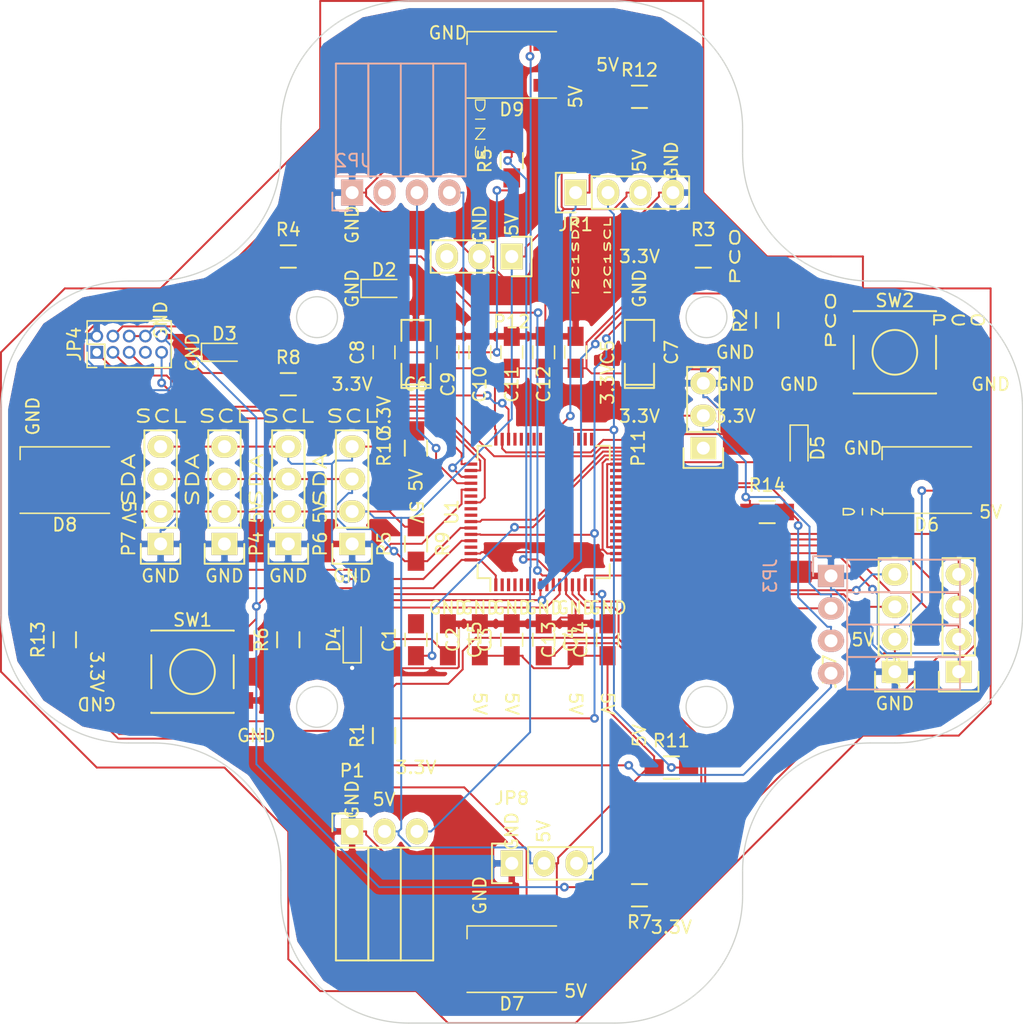
<source format=kicad_pcb>
(kicad_pcb (version 4) (host pcbnew 4.0.4-stable)
  (layers (0 F.Cu signal) (31 B.Cu signal) (34 B.Paste user) (35 F.Paste user) (36 B.SilkS user) (37 F.SilkS user) (38 B.Mask user) (39 F.Mask user) (44 Edge.Cuts user))
  (net 0 "")
  (net 1 "Net-(C1-Pad1)")
  (net 2 "Net-(C1-Pad2)")
  (net 3 /5V)
  (net 4 GND)
  (net 5 /NRST)
  (net 6 /3.3V)
  (net 7 /PC0)
  (net 8 "Net-(D2-Pad2)")
  (net 9 "Net-(D3-Pad2)")
  (net 10 "Net-(D4-Pad2)")
  (net 11 "Net-(D5-Pad2)")
  (net 12 /DIN)
  (net 13 /DIN1)
  (net 14 /DIN2)
  (net 15 /DIN3)
  (net 16 "Net-(D9-Pad2)")
  (net 17 /SWCLK)
  (net 18 /SWO)
  (net 19 /SWDIO)
  (net 20 "Net-(JP4-Pad7)")
  (net 21 /SDI)
  (net 22 /BOOT0)
  (net 23 /PC1)
  (net 24 /PC2)
  (net 25 /PC3)
  (net 26 /SDA)
  (net 27 /SCL)
  (net 28 "Net-(JP1-Pad2)")
  (net 29 "Net-(JP1-Pad1)")
  (net 30 /I2C2SDA)
  (net 31 /I2C2SCL)
  (net 32 "Net-(U1-Pad2)")
  (net 33 "Net-(U1-Pad3)")
  (net 34 "Net-(U1-Pad4)")
  (net 35 "Net-(U1-Pad5)")
  (net 36 "Net-(U1-Pad6)")
  (net 37 /OUT)
  (net 38 /ENABLE)
  (net 39 "Net-(JP8-Pad3)")
  (net 40 "Net-(U1-Pad17)")
  (net 41 "Net-(U1-Pad19)")
  (net 42 "Net-(JP9-Pad1)")
  (net 43 "Net-(JP9-Pad2)")
  (net 44 "Net-(JP9-Pad3)")
  (net 45 "Net-(JP9-Pad4)")
  (net 46 "Net-(U1-Pad24)")
  (net 47 "Net-(U1-Pad25)")
  (net 48 "Net-(U1-Pad26)")
  (net 49 "Net-(U1-Pad27)")
  (net 50 "Net-(U1-Pad28)")
  (net 51 "Net-(U1-Pad33)")
  (net 52 "Net-(U1-Pad34)")
  (net 53 "Net-(U1-Pad35)")
  (net 54 "Net-(U1-Pad36)")
  (net 55 "Net-(U1-Pad39)")
  (net 56 "Net-(U1-Pad40)")
  (net 57 "Net-(U1-Pad41)")
  (net 58 "Net-(U1-Pad42)")
  (net 59 "Net-(U1-Pad43)")
  (net 60 "Net-(U1-Pad44)")
  (net 61 "Net-(U1-Pad45)")
  (net 62 /PC10)
  (net 63 /PC11)
  (net 64 "Net-(U1-Pad54)")
  (net 65 "Net-(U1-Pad56)")
  (net 66 "Net-(U1-Pad57)")
  (net 67 "Net-(U1-Pad62)")
  (net 68 "Net-(JP2-Pad2)")
  (net 69 "Net-(P11-Pad1)")
  (net 70 "Net-(P12-Pad3)")
  (module Capacitors_SMD:C_0805_HandSoldering (layer F.Cu) (at 107.5 115 90)
    (fp_text reference C1 (at 0 -2.1 90) (layer F.SilkS))
    (fp_text value 2.2nF)
    (pad 1 smd rect (at -1.25 0 90) (size 1.5 1.25) (layers F.Cu F.Paste F.Mask) (net 1 "Net-(C1-Pad1)"))
    (pad 2 smd rect (at 1.25 0 90) (size 1.5 1.25) (layers F.Cu F.Paste F.Mask) (net 2 "Net-(C1-Pad2)"))
  )
  (module Capacitors_SMD:C_0805_HandSoldering (layer F.Cu) (at 112.5 115 90)
    (fp_text reference C2 (at 0 -2.1 90) (layer F.SilkS))
    (fp_text value 0.1U)
    (pad 1 smd rect (at -1.25 0 90) (size 1.5 1.25) (layers F.Cu F.Paste F.Mask) (net 3 /5V))
    (pad 2 smd rect (at 1.25 0 90) (size 1.5 1.25) (layers F.Cu F.Paste F.Mask) (net 4 GND))
  )
  (module Capacitors_SMD:C_0805_HandSoldering (layer F.Cu) (at 115 115 90)
    (fp_text reference C3 (at 0 -2.1 90) (layer F.SilkS))
    (fp_text value 0.1U)
    (pad 1 smd rect (at -1.25 0 90) (size 1.5 1.25) (layers F.Cu F.Paste F.Mask) (net 3 /5V))
    (pad 2 smd rect (at 1.25 0 90) (size 1.5 1.25) (layers F.Cu F.Paste F.Mask) (net 4 GND))
  )
  (module Capacitors_SMD:C_0805_HandSoldering (layer F.Cu) (at 117.5 115 270)
    (fp_text reference C4 (at 0 -2.1 270) (layer F.SilkS))
    (fp_text value 100nF)
    (pad 1 smd rect (at -1.25 0 270) (size 1.5 1.25) (layers F.Cu F.Paste F.Mask) (net 4 GND))
    (pad 2 smd rect (at 1.25 0 270) (size 1.5 1.25) (layers F.Cu F.Paste F.Mask) (net 5 /NRST))
  )
  (module Capacitors_SMD:C_0805_HandSoldering (layer F.Cu) (at 120 92.5 90)
    (fp_text reference C5 (at 0 2.5 90) (layer F.SilkS))
    (fp_text value 100nF)
    (pad 1 smd rect (at -1.25 0 90) (size 1.5 1.25) (layers F.Cu F.Paste F.Mask) (net 6 /3.3V))
    (pad 2 smd rect (at 1.25 0 90) (size 1.5 1.25) (layers F.Cu F.Paste F.Mask) (net 4 GND))
  )
  (module SMD_Packages:SMD-1206_Pol (layer F.Cu) (at 107.5 92.5 90)
    (fp_text reference C6 (at -2.5 0 360) (layer F.SilkS))
    (fp_text value 1U)
    (pad 1 smd rect (at -1.651 0 90) (size 1.524 2.032) (layers F.Cu F.Paste F.Mask) (net 6 /3.3V))
    (pad 2 smd rect (at 1.651 0 90) (size 1.524 2.032) (layers F.Cu F.Paste F.Mask) (net 4 GND))
  )
  (module SMD_Packages:SMD-1206_Pol (layer F.Cu) (at 125 92.5 90)
    (fp_text reference C7 (at 0 2.5 90) (layer F.SilkS))
    (fp_text value 4.7U)
    (pad 1 smd rect (at -1.651 0 90) (size 1.524 2.032) (layers F.Cu F.Paste F.Mask) (net 6 /3.3V))
    (pad 2 smd rect (at 1.651 0 90) (size 1.524 2.032) (layers F.Cu F.Paste F.Mask) (net 4 GND))
  )
  (module Capacitors_SMD:C_0805_HandSoldering (layer F.Cu) (at 105 92.5 90)
    (fp_text reference C8 (at 0 -2.1 90) (layer F.SilkS))
    (fp_text value 0.1U)
    (pad 1 smd rect (at -1.25 0 90) (size 1.5 1.25) (layers F.Cu F.Paste F.Mask) (net 6 /3.3V))
    (pad 2 smd rect (at 1.25 0 90) (size 1.5 1.25) (layers F.Cu F.Paste F.Mask) (net 4 GND))
  )
  (module Capacitors_SMD:C_0805_HandSoldering (layer F.Cu) (at 110 92.5 90)
    (fp_text reference C9 (at -2.5 0 90) (layer F.SilkS))
    (fp_text value 0.1U)
    (pad 1 smd rect (at -1.25 0 90) (size 1.5 1.25) (layers F.Cu F.Paste F.Mask) (net 6 /3.3V))
    (pad 2 smd rect (at 1.25 0 90) (size 1.5 1.25) (layers F.Cu F.Paste F.Mask) (net 4 GND))
  )
  (module Capacitors_SMD:C_0805_HandSoldering (layer F.Cu) (at 112.5 92.5 90)
    (fp_text reference C10 (at -2.5 0 90) (layer F.SilkS))
    (fp_text value 0.1U)
    (pad 1 smd rect (at -1.25 0 90) (size 1.5 1.25) (layers F.Cu F.Paste F.Mask) (net 6 /3.3V))
    (pad 2 smd rect (at 1.25 0 90) (size 1.5 1.25) (layers F.Cu F.Paste F.Mask) (net 4 GND))
  )
  (module Capacitors_SMD:C_0805_HandSoldering (layer F.Cu) (at 115 92.5 90)
    (fp_text reference C11 (at -2.5 0 90) (layer F.SilkS))
    (fp_text value 0.1U)
    (pad 1 smd rect (at -1.25 0 90) (size 1.5 1.25) (layers F.Cu F.Paste F.Mask) (net 6 /3.3V))
    (pad 2 smd rect (at 1.25 0 90) (size 1.5 1.25) (layers F.Cu F.Paste F.Mask) (net 4 GND))
  )
  (module Capacitors_SMD:C_0805_HandSoldering (layer F.Cu) (at 117.5 92.5 90)
    (fp_text reference C12 (at -2.5 0 90) (layer F.SilkS))
    (fp_text value 0.1U)
    (pad 1 smd rect (at -1.25 0 90) (size 1.5 1.25) (layers F.Cu F.Paste F.Mask) (net 6 /3.3V))
    (pad 2 smd rect (at 1.25 0 90) (size 1.5 1.25) (layers F.Cu F.Paste F.Mask) (net 4 GND))
  )
  (module Capacitors_SMD:C_0805_HandSoldering (layer F.Cu) (at 120 115 90)
    (fp_text reference C13 (at 0 -2.1 90) (layer F.SilkS))
    (fp_text value 0.1U)
    (pad 1 smd rect (at -1.25 0 90) (size 1.5 1.25) (layers F.Cu F.Paste F.Mask) (net 3 /5V))
    (pad 2 smd rect (at 1.25 0 90) (size 1.5 1.25) (layers F.Cu F.Paste F.Mask) (net 4 GND))
  )
  (module Capacitors_SMD:C_0805_HandSoldering (layer F.Cu) (at 122.5 115 90)
    (fp_text reference C14 (at 0 -2.1 90) (layer F.SilkS))
    (fp_text value 0.1U)
    (pad 1 smd rect (at -1.25 0 90) (size 1.5 1.25) (layers F.Cu F.Paste F.Mask) (net 3 /5V))
    (pad 2 smd rect (at 1.25 0 90) (size 1.5 1.25) (layers F.Cu F.Paste F.Mask) (net 4 GND))
  )
  (module Capacitors_SMD:C_0805_HandSoldering (layer F.Cu) (at 110 115 270)
    (fp_text reference C15 (at 0 -2.1 270) (layer F.SilkS))
    (fp_text value 100nF)
    (pad 1 smd rect (at -1.25 0 270) (size 1.5 1.25) (layers F.Cu F.Paste F.Mask) (net 4 GND))
    (pad 2 smd rect (at 1.25 0 270) (size 1.5 1.25) (layers F.Cu F.Paste F.Mask) (net 7 /PC0))
  )
  (module LEDs:LED_0805 (layer F.Cu) (at 105 87.5)
    (fp_text reference D2 (at 0 -1.45) (layer F.SilkS))
    (fp_text value LED)
    (pad 2 smd rect (at 1.1 0 180) (size 1.2 1.2) (layers F.Cu F.Paste F.Mask) (net 8 "Net-(D2-Pad2)"))
    (pad 1 smd rect (at -1.1 0 180) (size 1.2 1.2) (layers F.Cu F.Paste F.Mask) (net 4 GND))
  )
  (module LEDs:LED_0805 (layer F.Cu) (at 92.5 92.5)
    (fp_text reference D3 (at 0 -1.45) (layer F.SilkS))
    (fp_text value LED)
    (pad 2 smd rect (at 1.1 0 180) (size 1.2 1.2) (layers F.Cu F.Paste F.Mask) (net 9 "Net-(D3-Pad2)"))
    (pad 1 smd rect (at -1.1 0 180) (size 1.2 1.2) (layers F.Cu F.Paste F.Mask) (net 4 GND))
  )
  (module LEDs:LED_0805 (layer F.Cu) (at 102.5 115 90)
    (fp_text reference D4 (at 0 -1.45 90) (layer F.SilkS))
    (fp_text value LED)
    (pad 2 smd rect (at 1.1 0 270) (size 1.2 1.2) (layers F.Cu F.Paste F.Mask) (net 10 "Net-(D4-Pad2)"))
    (pad 1 smd rect (at -1.1 0 270) (size 1.2 1.2) (layers F.Cu F.Paste F.Mask) (net 4 GND))
  )
  (module LEDs:LED_0805 (layer F.Cu) (at 137.5 100 270)
    (fp_text reference D5 (at 0 -1.45 270) (layer F.SilkS))
    (fp_text value LED)
    (pad 2 smd rect (at 1.1 0 90) (size 1.2 1.2) (layers F.Cu F.Paste F.Mask) (net 11 "Net-(D5-Pad2)"))
    (pad 1 smd rect (at -1.1 0 90) (size 1.2 1.2) (layers F.Cu F.Paste F.Mask) (net 4 GND))
  )
  (module LEDs:LED_WS2812B-PLCC4 (layer F.Cu) (at 147.5 102.5 180)
    (fp_text reference D6 (at 0 -3.5 180) (layer F.SilkS))
    (fp_text value WS2812B)
    (pad 3 smd rect (at 2.5 1.6 180) (size 1.6 1) (layers F.Cu F.Paste F.Mask) (net 4 GND))
    (pad 4 smd rect (at 2.5 -1.6 180) (size 1.6 1) (layers F.Cu F.Paste F.Mask) (net 12 /DIN))
    (pad 2 smd rect (at -2.5 1.6 180) (size 1.6 1) (layers F.Cu F.Paste F.Mask) (net 13 /DIN1))
    (pad 1 smd rect (at -2.5 -1.6 180) (size 1.6 1) (layers F.Cu F.Paste F.Mask) (net 3 /5V))
  )
  (module LEDs:LED_WS2812B-PLCC4 (layer F.Cu) (at 115 140 180)
    (fp_text reference D7 (at 0 -3.5 180) (layer F.SilkS))
    (fp_text value WS2812B)
    (pad 3 smd rect (at 2.5 1.6 180) (size 1.6 1) (layers F.Cu F.Paste F.Mask) (net 4 GND))
    (pad 4 smd rect (at 2.5 -1.6 180) (size 1.6 1) (layers F.Cu F.Paste F.Mask) (net 13 /DIN1))
    (pad 2 smd rect (at -2.5 1.6 180) (size 1.6 1) (layers F.Cu F.Paste F.Mask) (net 14 /DIN2))
    (pad 1 smd rect (at -2.5 -1.6 180) (size 1.6 1) (layers F.Cu F.Paste F.Mask) (net 3 /5V))
  )
  (module LEDs:LED_WS2812B-PLCC4 (layer F.Cu) (at 80 102.5 180)
    (fp_text reference D8 (at 0 -3.5 180) (layer F.SilkS))
    (fp_text value WS2812B)
    (pad 3 smd rect (at 2.5 1.6 180) (size 1.6 1) (layers F.Cu F.Paste F.Mask) (net 4 GND))
    (pad 4 smd rect (at 2.5 -1.6 180) (size 1.6 1) (layers F.Cu F.Paste F.Mask) (net 14 /DIN2))
    (pad 2 smd rect (at -2.5 1.6 180) (size 1.6 1) (layers F.Cu F.Paste F.Mask) (net 15 /DIN3))
    (pad 1 smd rect (at -2.5 -1.6 180) (size 1.6 1) (layers F.Cu F.Paste F.Mask) (net 3 /5V))
  )
  (module LEDs:LED_WS2812B-PLCC4 (layer F.Cu) (at 115 70 180)
    (fp_text reference D9 (at 0 -3.5 180) (layer F.SilkS))
    (fp_text value WS2812B)
    (pad 3 smd rect (at 2.5 1.6 180) (size 1.6 1) (layers F.Cu F.Paste F.Mask) (net 4 GND))
    (pad 4 smd rect (at 2.5 -1.6 180) (size 1.6 1) (layers F.Cu F.Paste F.Mask) (net 15 /DIN3))
    (pad 2 smd rect (at -2.5 1.6 180) (size 1.6 1) (layers F.Cu F.Paste F.Mask) (net 16 "Net-(D9-Pad2)"))
    (pad 1 smd rect (at -2.5 -1.6 180) (size 1.6 1) (layers F.Cu F.Paste F.Mask) (net 3 /5V))
  )
  (module Socket_Stripsss:Socket_Strip_Straight_1x04 (layer F.Cu) (at 120 80)
    (fp_text reference JP1 (at 0 2.5) (layer F.SilkS))
    (fp_text value OPTICAL-FLOW)
    (pad 1 thru_hole rect (at 0 0) (size 1.7272 2.032) (drill 1.016) (layers *.Cu *.Mask F.SilkS) (net 29 "Net-(JP1-Pad1)"))
    (pad 2 thru_hole oval (at 2.54 0) (size 1.7272 2.032) (drill 1.016) (layers *.Cu *.Mask F.SilkS) (net 28 "Net-(JP1-Pad2)"))
    (pad 3 thru_hole oval (at 5.08 0) (size 1.7272 2.032) (drill 1.016) (layers *.Cu *.Mask F.SilkS) (net 3 /5V))
    (pad 4 thru_hole oval (at 7.62 0) (size 1.7272 2.032) (drill 1.016) (layers *.Cu *.Mask F.SilkS) (net 4 GND))
  )
  (module Socket_Stripsss:Socket_Strip_Angled_1x04 (layer B.Cu) (at 102.5 80)
    (fp_text reference JP2 (at 0 -2.5) (layer B.SilkS) (effects (justify mirror)))
    (fp_text value AUTOPILOT)
    (pad 1 thru_hole rect (at 0 0) (size 1.7272 2.032) (drill 1.016) (layers *.Cu *.Mask B.SilkS) (net 4 GND))
    (pad 2 thru_hole oval (at 2.54 0) (size 1.7272 2.032) (drill 1.016) (layers *.Cu *.Mask B.SilkS) (net 68 "Net-(JP2-Pad2)"))
    (pad 3 thru_hole oval (at 5.08 0) (size 1.7272 2.032) (drill 1.016) (layers *.Cu *.Mask B.SilkS) (net 63 /PC11))
    (pad 4 thru_hole oval (at 7.62 0) (size 1.7272 2.032) (drill 1.016) (layers *.Cu *.Mask B.SilkS) (net 62 /PC10))
  )
  (module Socket_Stripsss:Socket_Strip_Angled_1x04 (layer B.Cu) (at 140 110 270)
    (fp_text reference JP3 (at 0 4.75 270) (layer B.SilkS) (effects (justify mirror)))
    (fp_text value ILLUMINSENSORI2C2)
    (pad 1 thru_hole rect (at 0 0 270) (size 1.7272 2.032) (drill 1.016) (layers *.Cu *.Mask B.SilkS) (net 4 GND))
    (pad 2 thru_hole oval (at 2.54 0 270) (size 1.7272 2.032) (drill 1.016) (layers *.Cu *.Mask B.SilkS) (net 6 /3.3V))
    (pad 3 thru_hole oval (at 5.08 0 270) (size 1.7272 2.032) (drill 1.016) (layers *.Cu *.Mask B.SilkS) (net 31 /I2C2SCL))
    (pad 4 thru_hole oval (at 7.62 0 270) (size 1.7272 2.032) (drill 1.016) (layers *.Cu *.Mask B.SilkS) (net 30 /I2C2SDA))
  )
  (module Pin_Headers:Pin_Header_Straight_2x05_Pitch1.27mm (layer F.Cu) (at 82.5 92.5 90)
    (fp_text reference JP4 (at 0.635 -1.755 90) (layer F.SilkS))
    (fp_text value JTAG)
    (pad 1 thru_hole rect (at 0 0 90) (size 1 1) (drill 0.65) (layers *.Cu *.Mask) (net 17 /SWCLK))
    (pad 2 thru_hole oval (at 1.27 0 90) (size 1 1) (drill 0.65) (layers *.Cu *.Mask) (net 4 GND))
    (pad 3 thru_hole oval (at 0 1.27 90) (size 1 1) (drill 0.65) (layers *.Cu *.Mask) (net 18 /SWO))
    (pad 4 thru_hole oval (at 1.27 1.27 90) (size 1 1) (drill 0.65) (layers *.Cu *.Mask) (net 6 /3.3V))
    (pad 5 thru_hole oval (at 0 2.54 90) (size 1 1) (drill 0.65) (layers *.Cu *.Mask) (net 19 /SWDIO))
    (pad 6 thru_hole oval (at 1.27 2.54 90) (size 1 1) (drill 0.65) (layers *.Cu *.Mask) (net 5 /NRST))
    (pad 7 thru_hole oval (at 0 3.81 90) (size 1 1) (drill 0.65) (layers *.Cu *.Mask) (net 20 "Net-(JP4-Pad7)"))
    (pad 8 thru_hole oval (at 1.27 3.81 90) (size 1 1) (drill 0.65) (layers *.Cu *.Mask) (net 5 /NRST))
    (pad 9 thru_hole oval (at 0 5.08 90) (size 1 1) (drill 0.65) (layers *.Cu *.Mask) (net 21 /SDI))
    (pad 10 thru_hole oval (at 1.27 5.08 90) (size 1 1) (drill 0.65) (layers *.Cu *.Mask) (net 4 GND))
  )
  (module Resistors_SMD:R_0805_HandSoldering (layer F.Cu) (at 105 122.5 90)
    (fp_text reference R1 (at 0 -2.1 90) (layer F.SilkS))
    (fp_text value 4.7KE)
    (pad 1 smd rect (at -1.35 0 90) (size 1.5 1.3) (layers F.Cu F.Paste F.Mask) (net 6 /3.3V))
    (pad 2 smd rect (at 1.35 0 90) (size 1.5 1.3) (layers F.Cu F.Paste F.Mask) (net 22 /BOOT0))
  )
  (module Resistors_SMD:R_0805_HandSoldering (layer F.Cu) (at 135 90 90)
    (fp_text reference R2 (at 0 -2.1 90) (layer F.SilkS))
    (fp_text value 4.7KE)
    (pad 1 smd rect (at -1.35 0 90) (size 1.5 1.3) (layers F.Cu F.Paste F.Mask) (net 4 GND))
    (pad 2 smd rect (at 1.35 0 90) (size 1.5 1.3) (layers F.Cu F.Paste F.Mask) (net 22 /BOOT0))
  )
  (module Resistors_SMD:R_0805_HandSoldering (layer F.Cu) (at 130 85)
    (fp_text reference R3 (at 0 -2.1) (layer F.SilkS))
    (fp_text value 10KE)
    (pad 1 smd rect (at -1.35 0) (size 1.5 1.3) (layers F.Cu F.Paste F.Mask) (net 6 /3.3V))
    (pad 2 smd rect (at 1.35 0) (size 1.5 1.3) (layers F.Cu F.Paste F.Mask) (net 7 /PC0))
  )
  (module Resistors_SMD:R_0805_HandSoldering (layer F.Cu) (at 97.5 85)
    (fp_text reference R4 (at 0 -2.1) (layer F.SilkS))
    (fp_text value 470E)
    (pad 1 smd rect (at -1.35 0) (size 1.5 1.3) (layers F.Cu F.Paste F.Mask) (net 8 "Net-(D2-Pad2)"))
    (pad 2 smd rect (at 1.35 0) (size 1.5 1.3) (layers F.Cu F.Paste F.Mask) (net 23 /PC1))
  )
  (module Resistors_SMD:R_0805_HandSoldering (layer F.Cu) (at 115 77.5 90)
    (fp_text reference R5 (at 0 -2.1 90) (layer F.SilkS))
    (fp_text value 470E)
    (pad 1 smd rect (at -1.35 0 90) (size 1.5 1.3) (layers F.Cu F.Paste F.Mask) (net 9 "Net-(D3-Pad2)"))
    (pad 2 smd rect (at 1.35 0 90) (size 1.5 1.3) (layers F.Cu F.Paste F.Mask) (net 24 /PC2))
  )
  (module Resistors_SMD:R_0805_HandSoldering (layer F.Cu) (at 97.5 115 90)
    (fp_text reference R6 (at 0 -2.1 90) (layer F.SilkS))
    (fp_text value 470E)
    (pad 1 smd rect (at -1.35 0 90) (size 1.5 1.3) (layers F.Cu F.Paste F.Mask) (net 10 "Net-(D4-Pad2)"))
    (pad 2 smd rect (at 1.35 0 90) (size 1.5 1.3) (layers F.Cu F.Paste F.Mask) (net 25 /PC3))
  )
  (module Resistors_SMD:R_0805_HandSoldering (layer F.Cu) (at 125 135 180)
    (fp_text reference R7 (at 0 -2.1 180) (layer F.SilkS))
    (fp_text value 10KE)
    (pad 1 smd rect (at -1.35 0 180) (size 1.5 1.3) (layers F.Cu F.Paste F.Mask) (net 6 /3.3V))
    (pad 2 smd rect (at 1.35 0 180) (size 1.5 1.3) (layers F.Cu F.Paste F.Mask) (net 5 /NRST))
  )
  (module Resistors_SMD:R_0805_HandSoldering (layer F.Cu) (at 97.5 95)
    (fp_text reference R8 (at 0 -2.1) (layer F.SilkS))
    (fp_text value 470E)
    (pad 1 smd rect (at -1.35 0) (size 1.5 1.3) (layers F.Cu F.Paste F.Mask) (net 11 "Net-(D5-Pad2)"))
    (pad 2 smd rect (at 1.35 0) (size 1.5 1.3) (layers F.Cu F.Paste F.Mask) (net 6 /3.3V))
  )
  (module Resistors_SMD:R_0805_HandSoldering (layer F.Cu) (at 107.5 107.5 270)
    (fp_text reference R9 (at 0 -2.1 270) (layer F.SilkS))
    (fp_text value 4.7KE)
    (pad 1 smd rect (at -1.35 0 270) (size 1.5 1.3) (layers F.Cu F.Paste F.Mask) (net 3 /5V))
    (pad 2 smd rect (at 1.35 0 270) (size 1.5 1.3) (layers F.Cu F.Paste F.Mask) (net 26 /SDA))
  )
  (module Resistors_SMD:R_0805_HandSoldering (layer F.Cu) (at 107.5 100 90)
    (fp_text reference R10 (at 0 -2.5 90) (layer F.SilkS))
    (fp_text value 4.7KE)
    (pad 1 smd rect (at -1.35 0 90) (size 1.5 1.3) (layers F.Cu F.Paste F.Mask) (net 3 /5V))
    (pad 2 smd rect (at 1.35 0 90) (size 1.5 1.3) (layers F.Cu F.Paste F.Mask) (net 27 /SCL))
  )
  (module Resistors_SMD:R_0805_HandSoldering (layer F.Cu) (at 127.5 125)
    (fp_text reference R11 (at 0 -2.1) (layer F.SilkS))
    (fp_text value 4.7KE)
    (pad 1 smd rect (at -1.35 0) (size 1.5 1.3) (layers F.Cu F.Paste F.Mask) (net 3 /5V))
    (pad 2 smd rect (at 1.35 0) (size 1.5 1.3) (layers F.Cu F.Paste F.Mask) (net 28 "Net-(JP1-Pad2)"))
  )
  (module Resistors_SMD:R_0805_HandSoldering (layer F.Cu) (at 125 72.5)
    (fp_text reference R12 (at 0 -2.1) (layer F.SilkS))
    (fp_text value 4.7KE)
    (pad 1 smd rect (at -1.35 0) (size 1.5 1.3) (layers F.Cu F.Paste F.Mask) (net 3 /5V))
    (pad 2 smd rect (at 1.35 0) (size 1.5 1.3) (layers F.Cu F.Paste F.Mask) (net 29 "Net-(JP1-Pad1)"))
  )
  (module Resistors_SMD:R_0805_HandSoldering (layer F.Cu) (at 80 115 90)
    (fp_text reference R13 (at 0 -2.1 90) (layer F.SilkS))
    (fp_text value 4.7KE)
    (pad 1 smd rect (at -1.35 0 90) (size 1.5 1.3) (layers F.Cu F.Paste F.Mask) (net 6 /3.3V))
    (pad 2 smd rect (at 1.35 0 90) (size 1.5 1.3) (layers F.Cu F.Paste F.Mask) (net 30 /I2C2SDA))
  )
  (module Resistors_SMD:R_0805_HandSoldering (layer F.Cu) (at 135 105)
    (fp_text reference R14 (at 0 -2.1) (layer F.SilkS))
    (fp_text value 4.7KE)
    (pad 1 smd rect (at -1.35 0) (size 1.5 1.3) (layers F.Cu F.Paste F.Mask) (net 6 /3.3V))
    (pad 2 smd rect (at 1.35 0) (size 1.5 1.3) (layers F.Cu F.Paste F.Mask) (net 31 /I2C2SCL))
  )
  (module Buttons_Switches_SMD:SW_SPST_PTS645 (layer F.Cu) (at 90 117.5)
    (fp_text reference SW1 (at 0 -4.05) (layer F.SilkS))
    (fp_text value SW_PUSH)
    (pad 2 smd rect (at -3.975 2.25) (size 1.55 1.3) (layers F.Cu F.Paste F.Mask) (net 4 GND))
    (pad 1 smd rect (at -3.975 -2.25) (size 1.55 1.3) (layers F.Cu F.Paste F.Mask) (net 5 /NRST))
    (pad 1 smd rect (at 3.975 -2.25) (size 1.55 1.3) (layers F.Cu F.Paste F.Mask) (net 5 /NRST))
    (pad 2 smd rect (at 3.975 2.25) (size 1.55 1.3) (layers F.Cu F.Paste F.Mask) (net 4 GND))
  )
  (module Buttons_Switches_SMD:SW_SPST_PTS645 (layer F.Cu) (at 145 92.5)
    (fp_text reference SW2 (at 0 -4.05) (layer F.SilkS))
    (fp_text value SW_PUSH)
    (pad 2 smd rect (at -3.975 2.25) (size 1.55 1.3) (layers F.Cu F.Paste F.Mask) (net 4 GND))
    (pad 1 smd rect (at -3.975 -2.25) (size 1.55 1.3) (layers F.Cu F.Paste F.Mask) (net 7 /PC0))
    (pad 1 smd rect (at 3.975 -2.25) (size 1.55 1.3) (layers F.Cu F.Paste F.Mask) (net 7 /PC0))
    (pad 2 smd rect (at 3.975 2.25) (size 1.55 1.3) (layers F.Cu F.Paste F.Mask) (net 4 GND))
  )
  (module Housings_QFP:LQFP-64_10x10mm_Pitch0.5mm (layer F.Cu) (at 117.5 105 90)
    (fp_text reference U1 (at 0 -7.2 90) (layer F.SilkS))
    (fp_text value STM32F446RETx)
    (pad 1 smd rect (at -5.7 -3.75 90) (size 1 0.25) (layers F.Cu F.Paste F.Mask) (net 6 /3.3V))
    (pad 2 smd rect (at -5.7 -3.25 90) (size 1 0.25) (layers F.Cu F.Paste F.Mask) (net 32 "Net-(U1-Pad2)"))
    (pad 3 smd rect (at -5.7 -2.75 90) (size 1 0.25) (layers F.Cu F.Paste F.Mask) (net 33 "Net-(U1-Pad3)"))
    (pad 4 smd rect (at -5.7 -2.25 90) (size 1 0.25) (layers F.Cu F.Paste F.Mask) (net 34 "Net-(U1-Pad4)"))
    (pad 5 smd rect (at -5.7 -1.75 90) (size 1 0.25) (layers F.Cu F.Paste F.Mask) (net 35 "Net-(U1-Pad5)"))
    (pad 6 smd rect (at -5.7 -1.25 90) (size 1 0.25) (layers F.Cu F.Paste F.Mask) (net 36 "Net-(U1-Pad6)"))
    (pad 7 smd rect (at -5.7 -0.75 90) (size 1 0.25) (layers F.Cu F.Paste F.Mask) (net 5 /NRST))
    (pad 8 smd rect (at -5.7 -0.25 90) (size 1 0.25) (layers F.Cu F.Paste F.Mask) (net 7 /PC0))
    (pad 9 smd rect (at -5.7 0.25 90) (size 1 0.25) (layers F.Cu F.Paste F.Mask) (net 23 /PC1))
    (pad 10 smd rect (at -5.7 0.75 90) (size 1 0.25) (layers F.Cu F.Paste F.Mask) (net 24 /PC2))
    (pad 11 smd rect (at -5.7 1.25 90) (size 1 0.25) (layers F.Cu F.Paste F.Mask) (net 25 /PC3))
    (pad 12 smd rect (at -5.7 1.75 90) (size 1 0.25) (layers F.Cu F.Paste F.Mask) (net 4 GND))
    (pad 13 smd rect (at -5.7 2.25 90) (size 1 0.25) (layers F.Cu F.Paste F.Mask) (net 6 /3.3V))
    (pad 14 smd rect (at -5.7 2.75 90) (size 1 0.25) (layers F.Cu F.Paste F.Mask) (net 37 /OUT))
    (pad 15 smd rect (at -5.7 3.25 90) (size 1 0.25) (layers F.Cu F.Paste F.Mask) (net 38 /ENABLE))
    (pad 16 smd rect (at -5.7 3.75 90) (size 1 0.25) (layers F.Cu F.Paste F.Mask) (net 39 "Net-(JP8-Pad3)"))
    (pad 17 smd rect (at -3.75 5.7 180) (size 1 0.25) (layers F.Cu F.Paste F.Mask) (net 40 "Net-(U1-Pad17)"))
    (pad 18 smd rect (at -3.25 5.7 180) (size 1 0.25) (layers F.Cu F.Paste F.Mask) (net 4 GND))
    (pad 19 smd rect (at -2.75 5.7 180) (size 1 0.25) (layers F.Cu F.Paste F.Mask) (net 41 "Net-(U1-Pad19)"))
    (pad 20 smd rect (at -2.25 5.7 180) (size 1 0.25) (layers F.Cu F.Paste F.Mask) (net 42 "Net-(JP9-Pad1)"))
    (pad 21 smd rect (at -1.75 5.7 180) (size 1 0.25) (layers F.Cu F.Paste F.Mask) (net 43 "Net-(JP9-Pad2)"))
    (pad 22 smd rect (at -1.25 5.7 180) (size 1 0.25) (layers F.Cu F.Paste F.Mask) (net 44 "Net-(JP9-Pad3)"))
    (pad 23 smd rect (at -0.75 5.7 180) (size 1 0.25) (layers F.Cu F.Paste F.Mask) (net 45 "Net-(JP9-Pad4)"))
    (pad 24 smd rect (at -0.25 5.7 180) (size 1 0.25) (layers F.Cu F.Paste F.Mask) (net 46 "Net-(U1-Pad24)"))
    (pad 25 smd rect (at 0.25 5.7 180) (size 1 0.25) (layers F.Cu F.Paste F.Mask) (net 47 "Net-(U1-Pad25)"))
    (pad 26 smd rect (at 0.75 5.7 180) (size 1 0.25) (layers F.Cu F.Paste F.Mask) (net 48 "Net-(U1-Pad26)"))
    (pad 27 smd rect (at 1.25 5.7 180) (size 1 0.25) (layers F.Cu F.Paste F.Mask) (net 49 "Net-(U1-Pad27)"))
    (pad 28 smd rect (at 1.75 5.7 180) (size 1 0.25) (layers F.Cu F.Paste F.Mask) (net 50 "Net-(U1-Pad28)"))
    (pad 29 smd rect (at 2.25 5.7 180) (size 1 0.25) (layers F.Cu F.Paste F.Mask) (net 31 /I2C2SCL))
    (pad 30 smd rect (at 2.75 5.7 180) (size 1 0.25) (layers F.Cu F.Paste F.Mask) (net 1 "Net-(C1-Pad1)"))
    (pad 31 smd rect (at 3.25 5.7 180) (size 1 0.25) (layers F.Cu F.Paste F.Mask) (net 4 GND))
    (pad 32 smd rect (at 3.75 5.7 180) (size 1 0.25) (layers F.Cu F.Paste F.Mask) (net 41 "Net-(U1-Pad19)"))
    (pad 33 smd rect (at 5.7 3.75 90) (size 1 0.25) (layers F.Cu F.Paste F.Mask) (net 51 "Net-(U1-Pad33)"))
    (pad 34 smd rect (at 5.7 3.25 90) (size 1 0.25) (layers F.Cu F.Paste F.Mask) (net 52 "Net-(U1-Pad34)"))
    (pad 35 smd rect (at 5.7 2.75 90) (size 1 0.25) (layers F.Cu F.Paste F.Mask) (net 53 "Net-(U1-Pad35)"))
    (pad 36 smd rect (at 5.7 2.25 90) (size 1 0.25) (layers F.Cu F.Paste F.Mask) (net 54 "Net-(U1-Pad36)"))
    (pad 37 smd rect (at 5.7 1.75 90) (size 1 0.25) (layers F.Cu F.Paste F.Mask) (net 28 "Net-(JP1-Pad2)"))
    (pad 38 smd rect (at 5.7 1.25 90) (size 1 0.25) (layers F.Cu F.Paste F.Mask) (net 29 "Net-(JP1-Pad1)"))
    (pad 39 smd rect (at 5.7 0.75 90) (size 1 0.25) (layers F.Cu F.Paste F.Mask) (net 55 "Net-(U1-Pad39)"))
    (pad 40 smd rect (at 5.7 0.25 90) (size 1 0.25) (layers F.Cu F.Paste F.Mask) (net 56 "Net-(U1-Pad40)"))
    (pad 41 smd rect (at 5.7 -0.25 90) (size 1 0.25) (layers F.Cu F.Paste F.Mask) (net 57 "Net-(U1-Pad41)"))
    (pad 42 smd rect (at 5.7 -0.75 90) (size 1 0.25) (layers F.Cu F.Paste F.Mask) (net 58 "Net-(U1-Pad42)"))
    (pad 43 smd rect (at 5.7 -1.25 90) (size 1 0.25) (layers F.Cu F.Paste F.Mask) (net 59 "Net-(U1-Pad43)"))
    (pad 44 smd rect (at 5.7 -1.75 90) (size 1 0.25) (layers F.Cu F.Paste F.Mask) (net 60 "Net-(U1-Pad44)"))
    (pad 45 smd rect (at 5.7 -2.25 90) (size 1 0.25) (layers F.Cu F.Paste F.Mask) (net 61 "Net-(U1-Pad45)"))
    (pad 46 smd rect (at 5.7 -2.75 90) (size 1 0.25) (layers F.Cu F.Paste F.Mask) (net 19 /SWDIO))
    (pad 47 smd rect (at 5.7 -3.25 90) (size 1 0.25) (layers F.Cu F.Paste F.Mask) (net 4 GND))
    (pad 48 smd rect (at 5.7 -3.75 90) (size 1 0.25) (layers F.Cu F.Paste F.Mask) (net 6 /3.3V))
    (pad 49 smd rect (at 3.75 -5.7 180) (size 1 0.25) (layers F.Cu F.Paste F.Mask) (net 17 /SWCLK))
    (pad 50 smd rect (at 3.25 -5.7 180) (size 1 0.25) (layers F.Cu F.Paste F.Mask) (net 21 /SDI))
    (pad 51 smd rect (at 2.75 -5.7 180) (size 1 0.25) (layers F.Cu F.Paste F.Mask) (net 62 /PC10))
    (pad 52 smd rect (at 2.25 -5.7 180) (size 1 0.25) (layers F.Cu F.Paste F.Mask) (net 63 /PC11))
    (pad 53 smd rect (at 1.75 -5.7 180) (size 1 0.25) (layers F.Cu F.Paste F.Mask) (net 30 /I2C2SDA))
    (pad 54 smd rect (at 1.25 -5.7 180) (size 1 0.25) (layers F.Cu F.Paste F.Mask) (net 64 "Net-(U1-Pad54)"))
    (pad 55 smd rect (at 0.75 -5.7 180) (size 1 0.25) (layers F.Cu F.Paste F.Mask) (net 18 /SWO))
    (pad 56 smd rect (at 0.25 -5.7 180) (size 1 0.25) (layers F.Cu F.Paste F.Mask) (net 65 "Net-(U1-Pad56)"))
    (pad 57 smd rect (at -0.25 -5.7 180) (size 1 0.25) (layers F.Cu F.Paste F.Mask) (net 66 "Net-(U1-Pad57)"))
    (pad 58 smd rect (at -0.75 -5.7 180) (size 1 0.25) (layers F.Cu F.Paste F.Mask) (net 12 /DIN))
    (pad 59 smd rect (at -1.25 -5.7 180) (size 1 0.25) (layers F.Cu F.Paste F.Mask) (net 26 /SDA))
    (pad 60 smd rect (at -1.75 -5.7 180) (size 1 0.25) (layers F.Cu F.Paste F.Mask) (net 22 /BOOT0))
    (pad 61 smd rect (at -2.25 -5.7 180) (size 1 0.25) (layers F.Cu F.Paste F.Mask) (net 27 /SCL))
    (pad 62 smd rect (at -2.75 -5.7 180) (size 1 0.25) (layers F.Cu F.Paste F.Mask) (net 67 "Net-(U1-Pad62)"))
    (pad 63 smd rect (at -3.25 -5.7 180) (size 1 0.25) (layers F.Cu F.Paste F.Mask) (net 4 GND))
    (pad 64 smd rect (at -3.75 -5.7 180) (size 1 0.25) (layers F.Cu F.Paste F.Mask) (net 6 /3.3V))
  )
  (module Socket_Stripsss:Socket_Strip_Straight_1x04 (layer F.Cu) (at 145 117.5 90)
    (fp_text reference JP7 (at 0 -5.1 90) (layer F.SilkS))
    (fp_text value "IR DISTANCE")
    (pad 1 thru_hole rect (at 0 0 90) (size 1.7272 2.032) (drill 1.016) (layers *.Cu *.Mask F.SilkS) (net 4 GND))
    (pad 2 thru_hole oval (at 2.54 0 90) (size 1.7272 2.032) (drill 1.016) (layers *.Cu *.Mask F.SilkS) (net 3 /5V))
    (pad 3 thru_hole oval (at 5.08 0 90) (size 1.7272 2.032) (drill 1.016) (layers *.Cu *.Mask F.SilkS) (net 37 /OUT))
    (pad 4 thru_hole oval (at 7.62 0 90) (size 1.7272 2.032) (drill 1.016) (layers *.Cu *.Mask F.SilkS) (net 38 /ENABLE))
  )
  (module Socket_Stripsss:Socket_Strip_Straight_1x03 (layer F.Cu) (at 115 132.5)
    (fp_text reference JP8 (at 0 -5.1) (layer F.SilkS))
    (fp_text value "CURENT SENSOR")
    (pad 1 thru_hole rect (at 0 0) (size 1.7272 2.032) (drill 1.016) (layers *.Cu *.Mask F.SilkS) (net 4 GND))
    (pad 2 thru_hole oval (at 2.54 0) (size 1.7272 2.032) (drill 1.016) (layers *.Cu *.Mask F.SilkS) (net 3 /5V))
    (pad 3 thru_hole oval (at 5.08 0) (size 1.7272 2.032) (drill 1.016) (layers *.Cu *.Mask F.SilkS) (net 39 "Net-(JP8-Pad3)"))
  )
  (module Socket_Stripsss:Socket_Strip_Straight_1x04 (layer F.Cu) (at 150 117.5 90)
    (fp_text reference JP9 (at 0 -5.1 90) (layer F.SilkS))
    (fp_text value "RANGING SENSOR")
    (pad 1 thru_hole rect (at 0 0 90) (size 1.7272 2.032) (drill 1.016) (layers *.Cu *.Mask F.SilkS) (net 42 "Net-(JP9-Pad1)"))
    (pad 2 thru_hole oval (at 2.54 0 90) (size 1.7272 2.032) (drill 1.016) (layers *.Cu *.Mask F.SilkS) (net 43 "Net-(JP9-Pad2)"))
    (pad 3 thru_hole oval (at 5.08 0 90) (size 1.7272 2.032) (drill 1.016) (layers *.Cu *.Mask F.SilkS) (net 44 "Net-(JP9-Pad3)"))
    (pad 4 thru_hole oval (at 7.62 0 90) (size 1.7272 2.032) (drill 1.016) (layers *.Cu *.Mask F.SilkS) (net 45 "Net-(JP9-Pad4)"))
  )
  (module Socket_Stripsss:Socket_Strip_Angled_1x03 (layer F.Cu) (at 102.5 130)
    (fp_text reference P1 (at 0 -4.75) (layer F.SilkS))
    (fp_text value "CONN WS2812")
    (pad 1 thru_hole rect (at 0 0) (size 1.7272 2.032) (drill 1.016) (layers *.Cu *.Mask F.SilkS) (net 4 GND))
    (pad 2 thru_hole oval (at 2.54 0) (size 1.7272 2.032) (drill 1.016) (layers *.Cu *.Mask F.SilkS) (net 3 /5V))
    (pad 3 thru_hole oval (at 5.08 0) (size 1.7272 2.032) (drill 1.016) (layers *.Cu *.Mask F.SilkS) (net 16 "Net-(D9-Pad2)"))
  )
  (module Socket_Stripsss:Socket_Strip_Straight_1x04 (layer F.Cu) (at 92.5 107.5 90)
    (fp_text reference P4 (at 0 2.5 90) (layer F.SilkS))
    (fp_text value I2C-SONAR)
    (pad 1 thru_hole rect (at 0 0 90) (size 1.7272 2.032) (drill 1.016) (layers *.Cu *.Mask F.SilkS) (net 4 GND))
    (pad 2 thru_hole oval (at 2.54 0 90) (size 1.7272 2.032) (drill 1.016) (layers *.Cu *.Mask F.SilkS) (net 3 /5V))
    (pad 3 thru_hole oval (at 5.08 0 90) (size 1.7272 2.032) (drill 1.016) (layers *.Cu *.Mask F.SilkS) (net 26 /SDA))
    (pad 4 thru_hole oval (at 7.62 0 90) (size 1.7272 2.032) (drill 1.016) (layers *.Cu *.Mask F.SilkS) (net 27 /SCL))
  )
  (module Socket_Stripsss:Socket_Strip_Straight_1x04 (layer F.Cu) (at 102.5 107.5 90)
    (fp_text reference P5 (at 0 2.5 90) (layer F.SilkS))
    (fp_text value I2C-SONAR)
    (pad 1 thru_hole rect (at 0 0 90) (size 1.7272 2.032) (drill 1.016) (layers *.Cu *.Mask F.SilkS) (net 4 GND))
    (pad 2 thru_hole oval (at 2.54 0 90) (size 1.7272 2.032) (drill 1.016) (layers *.Cu *.Mask F.SilkS) (net 3 /5V))
    (pad 3 thru_hole oval (at 5.08 0 90) (size 1.7272 2.032) (drill 1.016) (layers *.Cu *.Mask F.SilkS) (net 26 /SDA))
    (pad 4 thru_hole oval (at 7.62 0 90) (size 1.7272 2.032) (drill 1.016) (layers *.Cu *.Mask F.SilkS) (net 27 /SCL))
  )
  (module Socket_Stripsss:Socket_Strip_Straight_1x04 (layer F.Cu) (at 97.5 107.5 90)
    (fp_text reference P6 (at 0 2.5 90) (layer F.SilkS))
    (fp_text value I2C-SONAR)
    (pad 1 thru_hole rect (at 0 0 90) (size 1.7272 2.032) (drill 1.016) (layers *.Cu *.Mask F.SilkS) (net 4 GND))
    (pad 2 thru_hole oval (at 2.54 0 90) (size 1.7272 2.032) (drill 1.016) (layers *.Cu *.Mask F.SilkS) (net 3 /5V))
    (pad 3 thru_hole oval (at 5.08 0 90) (size 1.7272 2.032) (drill 1.016) (layers *.Cu *.Mask F.SilkS) (net 26 /SDA))
    (pad 4 thru_hole oval (at 7.62 0 90) (size 1.7272 2.032) (drill 1.016) (layers *.Cu *.Mask F.SilkS) (net 27 /SCL))
  )
  (module Socket_Stripsss:Socket_Strip_Straight_1x04 (layer F.Cu) (at 87.5 107.5 90)
    (fp_text reference P7 (at 0 -2.5 90) (layer F.SilkS))
    (fp_text value I2C-SONAR)
    (pad 1 thru_hole rect (at 0 0 90) (size 1.7272 2.032) (drill 1.016) (layers *.Cu *.Mask F.SilkS) (net 4 GND))
    (pad 2 thru_hole oval (at 2.54 0 90) (size 1.7272 2.032) (drill 1.016) (layers *.Cu *.Mask F.SilkS) (net 3 /5V))
    (pad 3 thru_hole oval (at 5.08 0 90) (size 1.7272 2.032) (drill 1.016) (layers *.Cu *.Mask F.SilkS) (net 26 /SDA))
    (pad 4 thru_hole oval (at 7.62 0 90) (size 1.7272 2.032) (drill 1.016) (layers *.Cu *.Mask F.SilkS) (net 27 /SCL))
  )
  (module Socket_Stripsss:Socket_Strip_Straight_1x03 (layer F.Cu) (at 130 100 90)
    (fp_text reference P11 (at 0 -5.1 90) (layer F.SilkS))
    (fp_text value "voltage conn")
    (pad 1 thru_hole rect (at 0 0 90) (size 1.7272 2.032) (drill 1.016) (layers *.Cu *.Mask F.SilkS) (net 69 "Net-(P11-Pad1)"))
    (pad 2 thru_hole oval (at 2.54 0 90) (size 1.7272 2.032) (drill 1.016) (layers *.Cu *.Mask F.SilkS) (net 6 /3.3V))
    (pad 3 thru_hole oval (at 5.08 0 90) (size 1.7272 2.032) (drill 1.016) (layers *.Cu *.Mask F.SilkS) (net 4 GND))
  )
  (module Socket_Stripsss:Socket_Strip_Straight_1x03 (layer F.Cu) (at 115 85 180)
    (fp_text reference P12 (at 0 -5.1 180) (layer F.SilkS))
    (fp_text value "voltage connector")
    (pad 1 thru_hole rect (at 0 0 180) (size 1.7272 2.032) (drill 1.016) (layers *.Cu *.Mask F.SilkS) (net 3 /5V))
    (pad 2 thru_hole oval (at 2.54 0 180) (size 1.7272 2.032) (drill 1.016) (layers *.Cu *.Mask F.SilkS) (net 4 GND))
    (pad 3 thru_hole oval (at 5.08 0 180) (size 1.7272 2.032) (drill 1.016) (layers *.Cu *.Mask F.SilkS) (net 70 "Net-(P12-Pad3)"))
  )
  (gr_text I2C1SDA (at 120 85 90) (layer F.SilkS) (effects (font (size 0.484 0.992) (thickness 0.121))))
  (gr_text I2C1SCL (at 122.5 85 90) (layer F.SilkS) (effects (font (size 0.484 0.992) (thickness 0.121))))
  (gr_text DIN (at 142.5 105) (layer F.SilkS) (effects (font (size 0.484 1.5) (thickness 0.121))))
  (gr_text PCO (at 150 90) (layer F.SilkS) (effects (font (size 0.738 1.5) (thickness 0.1476))))
  (gr_text PCO (at 140 90 90) (layer F.SilkS) (effects (font (size 0.738 1.5) (thickness 0.1476))))
  (gr_text PCO (at 132.5 85 90) (layer F.SilkS) (effects (font (size 0.738 1.5) (thickness 0.1476))))
  (gr_text DIN3 (at 112.5 75 270) (layer F.SilkS) (effects (font (size 0.738 1.5) (thickness 0.0968))))
  (gr_text SDA (at 100 102.5 90) (layer F.SilkS) (effects (font (size 0.992 1.5) (thickness 0.1476))))
  (gr_text SDA (at 95 102.5 90) (layer F.SilkS) (effects (font (size 0.992 1.5) (thickness 0.1476))))
  (gr_text SDA (at 90 102.5 90) (layer F.SilkS) (effects (font (size 0.992 1.5) (thickness 0.1476))))
  (gr_text SDA (at 85 102.5 90) (layer F.SilkS) (effects (font (size 0.992 1.5) (thickness 0.1476))))
  (gr_text SCL (at 102.5 97.5) (layer F.SilkS) (effects (font (size 0.992 1.5) (thickness 0.1476))))
  (gr_text SCL (at 97.5 97.5) (layer F.SilkS) (effects (font (size 0.992 1.5) (thickness 0.1476))))
  (gr_text SCL (at 92.5 97.5) (layer F.SilkS) (effects (font (size 0.992 1.5) (thickness 0.1476))))
  (gr_text SCL (at 87.5 97.5) (layer F.SilkS) (effects (font (size 0.992 1.5) (thickness 0.1476))))
  (gr_text GND (at 102.5 87.5 90) (layer F.SilkS) (effects (font (size 0.992 0.992) (thickness 0.1464))))
  (gr_text GND (at 110 67.5) (layer F.SilkS) (effects (font (size 0.992 0.992) (thickness 0.1464))))
  (gr_text GND (at 87.5 90 90) (layer F.SilkS) (effects (font (size 0.992 0.992) (thickness 0.1464))))
  (gr_text GND (at 90 92.5 90) (layer F.SilkS) (effects (font (size 0.992 0.992) (thickness 0.1464))))
  (gr_text GND (at 95 122.5) (layer F.SilkS) (effects (font (size 0.992 0.992) (thickness 0.1464))))
  (gr_text GND (at 82.5 120 180) (layer F.SilkS) (effects (font (size 0.992 0.992) (thickness 0.1464))))
  (gr_text GND (at 102.5 110) (layer F.SilkS) (effects (font (size 0.992 0.992) (thickness 0.1464))))
  (gr_text GND (at 97.5 110) (layer F.SilkS) (effects (font (size 0.992 0.992) (thickness 0.1464))))
  (gr_text GND (at 92.5 110) (layer F.SilkS) (effects (font (size 0.992 0.992) (thickness 0.1464))))
  (gr_text GND (at 87.5 110) (layer F.SilkS) (effects (font (size 0.992 0.992) (thickness 0.1464))))
  (gr_text GND (at 77.5 97.5 90) (layer F.SilkS) (effects (font (size 0.992 0.992) (thickness 0.1464))))
  (gr_text GND (at 127.5 77.5 90) (layer F.SilkS) (effects (font (size 0.992 0.992) (thickness 0.1464))))
  (gr_text GND (at 102.5 82.5 90) (layer F.SilkS) (effects (font (size 0.992 0.992) (thickness 0.1464))))
  (gr_text GND (at 112.5 82.5 90) (layer F.SilkS) (effects (font (size 0.992 0.992) (thickness 0.1464))))
  (gr_text GND (at 125 87.5 90) (layer F.SilkS) (effects (font (size 0.992 0.992) (thickness 0.1464))))
  (gr_text GND (at 132.5 95) (layer F.SilkS) (effects (font (size 0.992 0.992) (thickness 0.1464))))
  (gr_text GND (at 132.5 92.5) (layer F.SilkS) (effects (font (size 0.992 0.992) (thickness 0.1464))))
  (gr_text GND (at 152.5 95) (layer F.SilkS) (effects (font (size 0.992 0.992) (thickness 0.1464))))
  (gr_text GND (at 137.5 95) (layer F.SilkS) (effects (font (size 0.992 0.992) (thickness 0.1464))))
  (gr_text GND (at 142.5 100) (layer F.SilkS) (effects (font (size 0.992 0.992) (thickness 0.1464))))
  (gr_text GND (at 145 120) (layer F.SilkS) (effects (font (size 0.992 0.992) (thickness 0.1464))))
  (gr_text GND (at 122.5 112.5) (layer F.SilkS) (effects (font (size 0.992 0.992) (thickness 0.1464))))
  (gr_text GND (at 120 112.5) (layer F.SilkS) (effects (font (size 0.992 0.992) (thickness 0.1464))))
  (gr_text GND (at 117.5 112.5) (layer F.SilkS) (effects (font (size 0.992 0.992) (thickness 0.1464))))
  (gr_text GND (at 115 112.5) (layer F.SilkS) (effects (font (size 0.992 0.992) (thickness 0.1464))))
  (gr_text GND (at 112.5 112.5) (layer F.SilkS) (effects (font (size 0.992 0.992) (thickness 0.1464))))
  (gr_text GND (at 110 112.5) (layer F.SilkS) (effects (font (size 0.992 0.992) (thickness 0.1464))))
  (gr_text GND (at 102.5 127.5 90) (layer F.SilkS) (effects (font (size 0.992 0.992) (thickness 0.1464))))
  (gr_text GND (at 112.5 135 90) (layer F.SilkS) (effects (font (size 0.992 0.992) (thickness 0.1464))))
  (gr_text GND (at 115 130 90) (layer F.SilkS) (effects (font (size 0.992 0.992) (thickness 0.1464))))
  (gr_text 5V (at 120 72.5 90) (layer F.SilkS) (effects (font (size 0.992 0.992) (thickness 0.1464))))
  (gr_text 5V (at 115 82.5 90) (layer F.SilkS) (effects (font (size 0.992 0.992) (thickness 0.1464))))
  (gr_text 5V (at 125 77.5 90) (layer F.SilkS) (effects (font (size 0.992 0.992) (thickness 0.1464))))
  (gr_text 5V (at 152.5 105) (layer F.SilkS) (effects (font (size 0.992 0.992) (thickness 0.1464))))
  (gr_text 5V (at 125 122.5 90) (layer F.SilkS) (effects (font (size 0.992 0.992) (thickness 0.1464))))
  (gr_text 5V (at 120 142.5) (layer F.SilkS) (effects (font (size 0.992 0.992) (thickness 0.1464))))
  (gr_text 5V (at 117.5 130 90) (layer F.SilkS) (effects (font (size 0.992 0.992) (thickness 0.1464))))
  (gr_text 5V (at 105 127.5) (layer F.SilkS) (effects (font (size 0.992 0.992) (thickness 0.1464))))
  (gr_text 3.3V (at 82.5 117.5 270) (layer F.SilkS) (effects (font (size 0.992 0.992) (thickness 0.1464))))
  (gr_text 3.3V (at 122.5 95 90) (layer F.SilkS) (effects (font (size 0.992 0.992) (thickness 0.1464))))
  (gr_text 5V (at 107.5 105 270) (layer F.SilkS) (effects (font (size 0.992 0.992) (thickness 0.1464))))
  (gr_text 5V (at 107.5 102.5 90) (layer F.SilkS) (effects (font (size 0.992 0.992) (thickness 0.1464))))
  (gr_text 5V (at 100 105 90) (layer F.SilkS) (effects (font (size 0.992 0.992) (thickness 0.1464))))
  (gr_text 5V (at 122.5 70) (layer F.SilkS) (effects (font (size 0.992 0.992) (thickness 0.1464))))
  (gr_text 5V (at 95 105 90) (layer F.SilkS) (effects (font (size 0.992 0.992) (thickness 0.1464))))
  (gr_text 5V (at 142.5 115) (layer F.SilkS) (effects (font (size 0.992 0.992) (thickness 0.1464))))
  (gr_text 5V (at 122.5 120 270) (layer F.SilkS) (effects (font (size 0.992 0.992) (thickness 0.1464))))
  (gr_text 5V (at 120 120 270) (layer F.SilkS) (effects (font (size 0.992 0.992) (thickness 0.1464))))
  (gr_text 5V (at 115 120 270) (layer F.SilkS) (effects (font (size 0.992 0.992) (thickness 0.1464))))
  (gr_text 5V (at 112.5 120 270) (layer F.SilkS) (effects (font (size 0.992 0.992) (thickness 0.1464))))
  (gr_text 5V (at 85 105 270) (layer F.SilkS) (effects (font (size 0.992 0.992) (thickness 0.1464))))
  (gr_text 3.3V (at 105 97.5 90) (layer F.SilkS) (effects (font (size 0.992 0.992) (thickness 0.1464))))
  (gr_text 3.3V (at 102.5 95) (layer F.SilkS) (effects (font (size 0.992 0.992) (thickness 0.1464))))
  (gr_text 3.3V (at 125 85) (layer F.SilkS) (effects (font (size 0.992 0.992) (thickness 0.1464))))
  (gr_text 3.3V (at 125 97.5) (layer F.SilkS) (effects (font (size 0.992 0.992) (thickness 0.1464))))
  (gr_text 3.3V (at 132.5 97.5) (layer F.SilkS) (effects (font (size 0.992 0.992) (thickness 0.1464))))
  (gr_text 3.3V (at 127.5 137.5) (layer F.SilkS) (effects (font (size 0.992 0.992) (thickness 0.1464))))
  (gr_text 3.3V (at 107.5 125) (layer F.SilkS) (effects (font (size 0.992 0.992) (thickness 0.1464))))
  (gr_circle (center 130.25 89.75) (end 131.85 89.75) (layer Edge.Cuts) (width 0.1))
  (gr_circle (center 130.25 120.25) (end 131.85 120.25) (layer Edge.Cuts) (width 0.1))
  (gr_circle (center 99.75 120.25) (end 101.35 120.25) (layer Edge.Cuts) (width 0.1))
  (gr_circle (center 99.75 89.75) (end 101.35 89.75) (layer Edge.Cuts) (width 0.1))
  (gr_line (start 133.078427 133.078427) (end 133.078427 135) (layer Edge.Cuts) (width 0.1))
  (gr_arc (start 143.078427 133.078427) (end 143.078427 123.078427) (angle -90) (layer Edge.Cuts) (width 0.1))
  (gr_arc (start 123.078427 135) (end 123.078427 145) (angle -90) (layer Edge.Cuts) (width 0.1))
  (gr_line (start 145 123.078427) (end 143.078427 123.078427) (layer Edge.Cuts) (width 0.1))
  (gr_line (start 123.078427 145) (end 106.921573 145) (layer Edge.Cuts) (width 0.1))
  (gr_arc (start 145 113.078427) (end 145 123.078427) (angle -90) (layer Edge.Cuts) (width 0.1))
  (gr_arc (start 106.921573 135) (end 96.921573 135) (angle -90) (layer Edge.Cuts) (width 0.1))
  (gr_line (start 155 96.921573) (end 155 113.078427) (layer Edge.Cuts) (width 0.1))
  (gr_line (start 96.921573 135) (end 96.921573 133.078427) (layer Edge.Cuts) (width 0.1))
  (gr_arc (start 145 96.921573) (end 155 96.921573) (angle -90) (layer Edge.Cuts) (width 0.1))
  (gr_arc (start 86.921573 133.078427) (end 96.921573 133.078427) (angle -90) (layer Edge.Cuts) (width 0.1))
  (gr_line (start 143.078427 86.921573) (end 145 86.921573) (layer Edge.Cuts) (width 0.1))
  (gr_line (start 86.921573 123.078427) (end 85 123.078427) (layer Edge.Cuts) (width 0.1))
  (gr_arc (start 143.078427 76.921573) (end 133.078427 76.921573) (angle -90) (layer Edge.Cuts) (width 0.1))
  (gr_arc (start 85 113.078427) (end 75 113.078427) (angle -90) (layer Edge.Cuts) (width 0.1))
  (gr_line (start 133.078427 75) (end 133.078427 76.921573) (layer Edge.Cuts) (width 0.1))
  (gr_line (start 75 113.078427) (end 75 96.921573) (layer Edge.Cuts) (width 0.1))
  (gr_arc (start 123.078427 75) (end 133.078427 75) (angle -90) (layer Edge.Cuts) (width 0.1))
  (gr_arc (start 85 96.921573) (end 85 86.921573) (angle -90) (layer Edge.Cuts) (width 0.1))
  (gr_line (start 106.921573 65) (end 123.078427 65) (layer Edge.Cuts) (width 0.1))
  (gr_line (start 85 86.921573) (end 86.921573 86.921573) (layer Edge.Cuts) (width 0.1))
  (gr_arc (start 106.921573 75) (end 106.921573 65) (angle -90) (layer Edge.Cuts) (width 0.1))
  (gr_arc (start 86.921573 76.921573) (end 86.921573 86.921573) (angle -90) (layer Edge.Cuts) (width 0.1))
  (gr_line (start 96.921573 76.921573) (end 96.921573 75) (layer Edge.Cuts) (width 0.1))
  (segment (start 75 117.5) (end 75 92.5) (width 0.1524) (layer F.Cu) (net 0))
  (segment (start 82.5 125) (end 75 117.5) (width 0.1524) (layer F.Cu) (net 0))
  (segment (start 92.5 125) (end 82.5 125) (width 0.1524) (layer F.Cu) (net 0))
  (segment (start 97.5 130) (end 92.5 125) (width 0.1524) (layer F.Cu) (net 0))
  (segment (start 97.5 140) (end 97.5 130) (width 0.1524) (layer F.Cu) (net 0))
  (segment (start 100 142.5) (end 97.5 140) (width 0.1524) (layer F.Cu) (net 0))
  (segment (start 107.5 142.5) (end 100 142.5) (width 0.1524) (layer F.Cu) (net 0))
  (segment (start 110 145) (end 107.5 142.5) (width 0.1524) (layer F.Cu) (net 0))
  (segment (start 120 145) (end 110 145) (width 0.1524) (layer F.Cu) (net 0))
  (segment (start 130 135) (end 120 145) (width 0.1524) (layer F.Cu) (net 0))
  (segment (start 132.5 132.5) (end 130 135) (width 0.1524) (layer F.Cu) (net 0))
  (segment (start 140 125) (end 132.5 132.5) (width 0.1524) (layer F.Cu) (net 0))
  (segment (start 142.5 122.5) (end 140 125) (width 0.1524) (layer F.Cu) (net 0))
  (segment (start 150 122.5) (end 142.5 122.5) (width 0.1524) (layer F.Cu) (net 0))
  (segment (start 152.5 120) (end 150 122.5) (width 0.1524) (layer F.Cu) (net 0))
  (segment (start 152.5 87.5) (end 152.5 120) (width 0.1524) (layer F.Cu) (net 0))
  (segment (start 142.5 87.5) (end 152.5 87.5) (width 0.1524) (layer F.Cu) (net 0))
  (segment (start 142.5 85) (end 142.5 87.5) (width 0.1524) (layer F.Cu) (net 0))
  (segment (start 140 85) (end 142.5 85) (width 0.1524) (layer F.Cu) (net 0))
  (segment (start 135 85) (end 140 85) (width 0.1524) (layer F.Cu) (net 0))
  (segment (start 132.5 82.5) (end 135 85) (width 0.1524) (layer F.Cu) (net 0))
  (segment (start 130 80) (end 132.5 82.5) (width 0.1524) (layer F.Cu) (net 0))
  (segment (start 130 77.5) (end 130 80) (width 0.1524) (layer F.Cu) (net 0))
  (segment (start 130 65) (end 130 77.5) (width 0.1524) (layer F.Cu) (net 0))
  (segment (start 127.5 65) (end 130 65) (width 0.1524) (layer F.Cu) (net 0))
  (segment (start 125 65) (end 127.5 65) (width 0.1524) (layer F.Cu) (net 0))
  (segment (start 100 65) (end 125 65) (width 0.1524) (layer F.Cu) (net 0))
  (segment (start 100 75) (end 100 65) (width 0.1524) (layer F.Cu) (net 0))
  (segment (start 87.5 87.5) (end 100 75) (width 0.1524) (layer F.Cu) (net 0))
  (segment (start 80 87.5) (end 87.5 87.5) (width 0.1524) (layer F.Cu) (net 0))
  (segment (start 75 92.5) (end 80 87.5) (width 0.1524) (layer F.Cu) (net 0))
  (via (at 115.2169 106.193) (size 0.6858) (layers F.Cu B.Cu) (net 1))
  (via (at 108.7575 116.25) (size 0.6858) (layers F.Cu B.Cu) (net 1))
  (segment (start 107.5 116.25) (end 108.3539 116.25) (width 0.1524) (layer F.Cu) (net 1))
  (segment (start 108.3539 116.25) (end 108.7575 116.25) (width 0.1524) (layer F.Cu) (net 1))
  (segment (start 123.2 102.25) (end 123.9289 102.25) (width 0.1524) (layer F.Cu) (net 1))
  (segment (start 108.7575 112.6524) (end 115.2169 106.193) (width 0.1524) (layer B.Cu) (net 1))
  (segment (start 108.7575 116.25) (end 108.7575 112.6524) (width 0.1524) (layer B.Cu) (net 1))
  (segment (start 116.6523 106.193) (end 115.2169 106.193) (width 0.1524) (layer F.Cu) (net 1))
  (segment (start 122.2684 100.5769) (end 116.6523 106.193) (width 0.1524) (layer F.Cu) (net 1))
  (segment (start 123.9124 100.5769) (end 122.2684 100.5769) (width 0.1524) (layer F.Cu) (net 1))
  (segment (start 124.234 100.8985) (end 123.9124 100.5769) (width 0.1524) (layer F.Cu) (net 1))
  (segment (start 124.234 101.9449) (end 124.234 100.8985) (width 0.1524) (layer F.Cu) (net 1))
  (segment (start 123.9289 102.25) (end 124.234 101.9449) (width 0.1524) (layer F.Cu) (net 1))
  (via (at 147.1087 103.3287) (size 0.6858) (layers F.Cu B.Cu) (net 3))
  (segment (start 97.5 104.96) (end 92.5 104.96) (width 0.1524) (layer F.Cu) (net 3))
  (segment (start 92.5 104.96) (end 87.5 104.96) (width 0.1524) (layer F.Cu) (net 3))
  (segment (start 84.3889 104.96) (end 83.5289 104.1) (width 0.1524) (layer F.Cu) (net 3))
  (segment (start 87.5 104.96) (end 84.3889 104.96) (width 0.1524) (layer F.Cu) (net 3))
  (segment (start 82.5 104.1) (end 83.5289 104.1) (width 0.1524) (layer F.Cu) (net 3))
  (segment (start 125.08 80) (end 123.9875 80) (width 0.1524) (layer F.Cu) (net 3))
  (segment (start 115 116.25) (end 112.5 116.25) (width 0.1524) (layer F.Cu) (net 3))
  (segment (start 126.15 125) (end 126.15 124.5347) (width 0.1524) (layer F.Cu) (net 3))
  (segment (start 126.15 124.5347) (end 126.15 124.1211) (width 0.1524) (layer F.Cu) (net 3))
  (segment (start 118.6325 132.0522) (end 118.6325 132.5) (width 0.1524) (layer F.Cu) (net 3))
  (segment (start 126.15 124.5347) (end 118.6325 132.0522) (width 0.1524) (layer F.Cu) (net 3))
  (segment (start 117.54 132.5) (end 118.529 132.5) (width 0.1524) (layer F.Cu) (net 3))
  (segment (start 118.529 132.5) (end 118.6325 132.5) (width 0.1524) (layer F.Cu) (net 3))
  (segment (start 117.5 141.6) (end 118.5289 141.6) (width 0.1524) (layer F.Cu) (net 3))
  (segment (start 102.5 104.96) (end 103.7449 104.96) (width 0.1524) (layer B.Cu) (net 3))
  (segment (start 115 85) (end 115 86.2449) (width 0.1524) (layer B.Cu) (net 3))
  (segment (start 122.5 120.4711) (end 122.5 116.25) (width 0.1524) (layer F.Cu) (net 3))
  (segment (start 126.15 124.1211) (end 122.5 120.4711) (width 0.1524) (layer F.Cu) (net 3))
  (segment (start 122.5 116.25) (end 120.8539 116.25) (width 0.1524) (layer F.Cu) (net 3))
  (segment (start 120 116.25) (end 120.427 116.25) (width 0.1524) (layer F.Cu) (net 3))
  (segment (start 120.427 116.25) (end 120.8539 116.25) (width 0.1524) (layer F.Cu) (net 3))
  (segment (start 115.8539 116.3567) (end 115.8539 116.25) (width 0.1524) (layer F.Cu) (net 3))
  (segment (start 116.7262 117.229) (end 115.8539 116.3567) (width 0.1524) (layer F.Cu) (net 3))
  (segment (start 119.448 117.229) (end 116.7262 117.229) (width 0.1524) (layer F.Cu) (net 3))
  (segment (start 120.427 116.25) (end 119.448 117.229) (width 0.1524) (layer F.Cu) (net 3))
  (segment (start 115 116.25) (end 115.8539 116.25) (width 0.1524) (layer F.Cu) (net 3))
  (segment (start 115 85) (end 116.0925 85) (width 0.1524) (layer F.Cu) (net 3))
  (segment (start 116.0925 84.2848) (end 119.0863 81.291) (width 0.1524) (layer F.Cu) (net 3))
  (segment (start 116.0925 85) (end 116.0925 84.2848) (width 0.1524) (layer F.Cu) (net 3))
  (segment (start 122.999 81.291) (end 119.0863 81.291) (width 0.1524) (layer F.Cu) (net 3))
  (segment (start 123.9875 80.3025) (end 122.999 81.291) (width 0.1524) (layer F.Cu) (net 3))
  (segment (start 123.9875 80) (end 123.9875 80.3025) (width 0.1524) (layer F.Cu) (net 3))
  (segment (start 118.9074 78.1215) (end 123.65 73.3789) (width 0.1524) (layer F.Cu) (net 3))
  (segment (start 118.9074 81.1121) (end 118.9074 78.1215) (width 0.1524) (layer F.Cu) (net 3))
  (segment (start 119.0863 81.291) (end 118.9074 81.1121) (width 0.1524) (layer F.Cu) (net 3))
  (segment (start 123.65 72.5) (end 123.65 72.9394) (width 0.1524) (layer F.Cu) (net 3))
  (segment (start 123.65 72.9394) (end 123.65 73.3789) (width 0.1524) (layer F.Cu) (net 3))
  (segment (start 119.8683 72.9394) (end 118.5289 71.6) (width 0.1524) (layer F.Cu) (net 3))
  (segment (start 123.65 72.9394) (end 119.8683 72.9394) (width 0.1524) (layer F.Cu) (net 3))
  (segment (start 117.5 71.6) (end 118.5289 71.6) (width 0.1524) (layer F.Cu) (net 3))
  (segment (start 145 114.96) (end 145 116.0525) (width 0.1524) (layer F.Cu) (net 3))
  (segment (start 118.529 135.9562) (end 118.529 132.5) (width 0.1524) (layer F.Cu) (net 3))
  (segment (start 118.5289 135.9562) (end 118.529 135.9562) (width 0.1524) (layer F.Cu) (net 3))
  (segment (start 118.5289 141.6) (end 118.5289 135.9562) (width 0.1524) (layer F.Cu) (net 3))
  (segment (start 144.1512 116.0525) (end 145 116.0525) (width 0.1524) (layer F.Cu) (net 3))
  (segment (start 130.0645 130.1392) (end 144.1512 116.0525) (width 0.1524) (layer F.Cu) (net 3))
  (segment (start 130.0645 133.0746) (end 130.0645 130.1392) (width 0.1524) (layer F.Cu) (net 3))
  (segment (start 127.1829 135.9562) (end 130.0645 133.0746) (width 0.1524) (layer F.Cu) (net 3))
  (segment (start 118.529 135.9562) (end 127.1829 135.9562) (width 0.1524) (layer F.Cu) (net 3))
  (segment (start 147.1087 112.0319) (end 147.1087 103.3287) (width 0.1524) (layer B.Cu) (net 3))
  (segment (start 145.2731 113.8675) (end 147.1087 112.0319) (width 0.1524) (layer B.Cu) (net 3))
  (segment (start 145 113.8675) (end 145.2731 113.8675) (width 0.1524) (layer B.Cu) (net 3))
  (segment (start 148.1998 103.3287) (end 148.9711 104.1) (width 0.1524) (layer F.Cu) (net 3))
  (segment (start 147.1087 103.3287) (end 148.1998 103.3287) (width 0.1524) (layer F.Cu) (net 3))
  (segment (start 150 104.1) (end 148.9711 104.1) (width 0.1524) (layer F.Cu) (net 3))
  (segment (start 145 114.96) (end 145 113.8675) (width 0.1524) (layer B.Cu) (net 3))
  (segment (start 97.5 104.96) (end 102.5 104.96) (width 0.1524) (layer F.Cu) (net 3))
  (segment (start 107.5 106.15) (end 106.6211 106.15) (width 0.1524) (layer F.Cu) (net 3))
  (segment (start 106.6211 103.77) (end 105.4311 104.96) (width 0.1524) (layer F.Cu) (net 3))
  (segment (start 106.6211 101.35) (end 106.6211 103.77) (width 0.1524) (layer F.Cu) (net 3))
  (segment (start 102.5 104.96) (end 105.4311 104.96) (width 0.1524) (layer F.Cu) (net 3))
  (segment (start 105.4311 104.96) (end 106.6211 106.15) (width 0.1524) (layer F.Cu) (net 3))
  (segment (start 107.5 101.35) (end 106.6211 101.35) (width 0.1524) (layer F.Cu) (net 3))
  (segment (start 116.4475 131.6512) (end 116.4475 132.5) (width 0.1524) (layer B.Cu) (net 3))
  (segment (start 116.0513 131.255) (end 116.4475 131.6512) (width 0.1524) (layer B.Cu) (net 3))
  (segment (start 107.1144 131.255) (end 116.0513 131.255) (width 0.1524) (layer B.Cu) (net 3))
  (segment (start 106.1325 130.2731) (end 107.1144 131.255) (width 0.1524) (layer B.Cu) (net 3))
  (segment (start 106.1325 130) (end 106.1325 130.2731) (width 0.1524) (layer B.Cu) (net 3))
  (segment (start 105.04 130) (end 106.1325 130) (width 0.1524) (layer B.Cu) (net 3))
  (segment (start 117.54 132.5) (end 116.4475 132.5) (width 0.1524) (layer B.Cu) (net 3))
  (segment (start 106.3449 129.7876) (end 106.1325 130) (width 0.1524) (layer B.Cu) (net 3))
  (segment (start 106.3449 105.4565) (end 106.3449 129.7876) (width 0.1524) (layer B.Cu) (net 3))
  (segment (start 107.2651 105.4565) (end 106.3449 105.4565) (width 0.1524) (layer B.Cu) (net 3))
  (segment (start 115 97.7216) (end 107.2651 105.4565) (width 0.1524) (layer B.Cu) (net 3))
  (segment (start 115 86.2449) (end 115 97.7216) (width 0.1524) (layer B.Cu) (net 3))
  (segment (start 104.2414 105.4565) (end 103.7449 104.96) (width 0.1524) (layer B.Cu) (net 3))
  (segment (start 106.3449 105.4565) (end 104.2414 105.4565) (width 0.1524) (layer B.Cu) (net 3))
  (via (at 102.5 117.2035) (size 0.6858) (layers F.Cu B.Cu) (net 4))
  (segment (start 102.5 130) (end 103.5925 130) (width 0.1524) (layer F.Cu) (net 4))
  (segment (start 112.5 138.4) (end 111.4711 138.4) (width 0.1524) (layer F.Cu) (net 4))
  (segment (start 115 132.5) (end 113.9075 132.5) (width 0.1524) (layer F.Cu) (net 4))
  (segment (start 113.9075 132.5) (end 109.8697 136.5378) (width 0.1524) (layer F.Cu) (net 4))
  (segment (start 103.5925 130.2607) (end 109.8697 136.5378) (width 0.1524) (layer F.Cu) (net 4))
  (segment (start 103.5925 130) (end 103.5925 130.2607) (width 0.1524) (layer F.Cu) (net 4))
  (segment (start 110.3676 137.2965) (end 111.4711 138.4) (width 0.1524) (layer F.Cu) (net 4))
  (segment (start 110.3676 137.0358) (end 110.3676 137.2965) (width 0.1524) (layer F.Cu) (net 4))
  (segment (start 109.8697 136.5378) (end 110.3676 137.0358) (width 0.1524) (layer F.Cu) (net 4))
  (segment (start 89.3011 91.23) (end 90.5711 92.5) (width 0.1524) (layer F.Cu) (net 4))
  (segment (start 87.58 91.23) (end 89.3011 91.23) (width 0.1524) (layer F.Cu) (net 4))
  (segment (start 91.4 92.5) (end 90.5711 92.5) (width 0.1524) (layer F.Cu) (net 4))
  (segment (start 145 117.5) (end 145 116.4075) (width 0.1524) (layer B.Cu) (net 4))
  (segment (start 97.5 107.5) (end 92.5 107.5) (width 0.1524) (layer F.Cu) (net 4))
  (segment (start 127.62 91.4475) (end 130 93.8275) (width 0.1524) (layer B.Cu) (net 4))
  (segment (start 127.62 80) (end 127.62 91.4475) (width 0.1524) (layer B.Cu) (net 4))
  (segment (start 130 94.92) (end 130 93.8275) (width 0.1524) (layer B.Cu) (net 4))
  (segment (start 103.5925 79.7269) (end 103.5925 80) (width 0.1524) (layer F.Cu) (net 4))
  (segment (start 105.3413 77.9781) (end 103.5925 79.7269) (width 0.1524) (layer F.Cu) (net 4))
  (segment (start 107.7466 77.9781) (end 105.3413 77.9781) (width 0.1524) (layer F.Cu) (net 4))
  (segment (start 113.5289 72.1958) (end 107.7466 77.9781) (width 0.1524) (layer F.Cu) (net 4))
  (segment (start 113.5289 68.4) (end 113.5289 72.1958) (width 0.1524) (layer F.Cu) (net 4))
  (segment (start 112.5 68.4) (end 113.5289 68.4) (width 0.1524) (layer F.Cu) (net 4))
  (segment (start 102.5 80) (end 103.5925 80) (width 0.1524) (layer F.Cu) (net 4))
  (segment (start 123.2 108.25) (end 123.9289 108.25) (width 0.1524) (layer F.Cu) (net 4))
  (segment (start 120 113.2605) (end 120 112.7711) (width 0.1524) (layer F.Cu) (net 4))
  (segment (start 118.8434 113.2605) (end 118.3539 113.75) (width 0.1524) (layer F.Cu) (net 4))
  (segment (start 120 113.2605) (end 118.8434 113.2605) (width 0.1524) (layer F.Cu) (net 4))
  (segment (start 117.5 113.75) (end 118.3539 113.75) (width 0.1524) (layer F.Cu) (net 4))
  (segment (start 115 113.75) (end 117.5 113.75) (width 0.1524) (layer F.Cu) (net 4))
  (segment (start 112.5 113.75) (end 115 113.75) (width 0.1524) (layer F.Cu) (net 4))
  (segment (start 112.46 85) (end 111.9308 85) (width 0.1524) (layer F.Cu) (net 4))
  (segment (start 103.5925 80.2832) (end 103.5925 80) (width 0.1524) (layer F.Cu) (net 4))
  (segment (start 104.8193 81.51) (end 103.5925 80.2832) (width 0.1524) (layer F.Cu) (net 4))
  (segment (start 108.4408 81.51) (end 104.8193 81.51) (width 0.1524) (layer F.Cu) (net 4))
  (segment (start 111.9308 85) (end 108.4408 81.51) (width 0.1524) (layer F.Cu) (net 4))
  (segment (start 114.25 99.3) (end 114.25 100.0289) (width 0.1524) (layer F.Cu) (net 4))
  (segment (start 125.6789 110) (end 140 110) (width 0.1524) (layer F.Cu) (net 4))
  (segment (start 123.9289 108.25) (end 125.6789 110) (width 0.1524) (layer F.Cu) (net 4))
  (segment (start 97.5 107.5) (end 102.5 107.5) (width 0.1524) (layer F.Cu) (net 4))
  (segment (start 123.2 108.25) (end 122.4711 108.25) (width 0.1524) (layer F.Cu) (net 4))
  (segment (start 119.25 111.0644) (end 119.25 111.4289) (width 0.1524) (layer F.Cu) (net 4))
  (segment (start 119.25 111.0644) (end 119.25 110.7) (width 0.1524) (layer F.Cu) (net 4))
  (segment (start 119.25 110.7) (end 119.25 109.9711) (width 0.1524) (layer F.Cu) (net 4))
  (segment (start 120 112.1789) (end 119.25 111.4289) (width 0.1524) (layer F.Cu) (net 4))
  (segment (start 120 112.7711) (end 120 112.1789) (width 0.1524) (layer F.Cu) (net 4))
  (segment (start 87.5 107.5) (end 87.5 106.4075) (width 0.1524) (layer B.Cu) (net 4))
  (segment (start 82.5 91.23) (end 81.7711 91.23) (width 0.1524) (layer B.Cu) (net 4))
  (segment (start 144.2953 116.4075) (end 145 116.4075) (width 0.1524) (layer B.Cu) (net 4))
  (segment (start 143.2475 115.3597) (end 144.2953 116.4075) (width 0.1524) (layer B.Cu) (net 4))
  (segment (start 143.2475 114.0669) (end 143.2475 115.3597) (width 0.1524) (layer B.Cu) (net 4))
  (segment (start 140.2731 111.0925) (end 143.2475 114.0669) (width 0.1524) (layer B.Cu) (net 4))
  (segment (start 140 111.0925) (end 140.2731 111.0925) (width 0.1524) (layer B.Cu) (net 4))
  (segment (start 119.25 109.9711) (end 119.25 108.25) (width 0.1524) (layer F.Cu) (net 4))
  (segment (start 78.5289 101.7789) (end 78.5289 100.9) (width 0.1524) (layer F.Cu) (net 4))
  (segment (start 84.25 107.5) (end 78.5289 101.7789) (width 0.1524) (layer F.Cu) (net 4))
  (segment (start 87.5 107.5) (end 84.25 107.5) (width 0.1524) (layer F.Cu) (net 4))
  (segment (start 77.5 100.9) (end 78.5289 100.9) (width 0.1524) (layer F.Cu) (net 4))
  (segment (start 102.5 130) (end 102.5 117.2035) (width 0.1524) (layer B.Cu) (net 4))
  (segment (start 123.9289 101.025) (end 123.9289 101.75) (width 0.1524) (layer F.Cu) (net 4))
  (segment (start 123.7859 100.882) (end 123.9289 101.025) (width 0.1524) (layer F.Cu) (net 4))
  (segment (start 122.3948 100.882) (end 123.7859 100.882) (width 0.1524) (layer F.Cu) (net 4))
  (segment (start 122.1126 101.1642) (end 122.3948 100.882) (width 0.1524) (layer F.Cu) (net 4))
  (segment (start 122.1126 107.9513) (end 122.1126 101.1642) (width 0.1524) (layer F.Cu) (net 4))
  (segment (start 119.5487 107.9513) (end 122.1126 107.9513) (width 0.1524) (layer F.Cu) (net 4))
  (segment (start 119.25 108.25) (end 119.5487 107.9513) (width 0.1524) (layer F.Cu) (net 4))
  (segment (start 122.1724 107.9513) (end 122.4711 108.25) (width 0.1524) (layer F.Cu) (net 4))
  (segment (start 122.1126 107.9513) (end 122.1724 107.9513) (width 0.1524) (layer F.Cu) (net 4))
  (segment (start 123.2 101.75) (end 123.9289 101.75) (width 0.1524) (layer F.Cu) (net 4))
  (segment (start 106.2549 90.849) (end 107.5 90.849) (width 0.1524) (layer F.Cu) (net 4))
  (segment (start 105.8539 91.25) (end 106.2549 90.849) (width 0.1524) (layer F.Cu) (net 4))
  (segment (start 102.5 116.1) (end 102.5 117.2035) (width 0.1524) (layer F.Cu) (net 4))
  (segment (start 112.5 113.75) (end 112.0731 113.75) (width 0.1524) (layer F.Cu) (net 4))
  (segment (start 112.0731 113.75) (end 110.854 113.75) (width 0.1524) (layer F.Cu) (net 4))
  (segment (start 110.854 113.75) (end 110 113.75) (width 0.1524) (layer F.Cu) (net 4))
  (segment (start 84.1237 95.4629) (end 88.0088 95.4629) (width 0.1524) (layer B.Cu) (net 4))
  (segment (start 81.7711 93.1103) (end 84.1237 95.4629) (width 0.1524) (layer B.Cu) (net 4))
  (segment (start 81.7711 91.23) (end 81.7711 93.1103) (width 0.1524) (layer B.Cu) (net 4))
  (segment (start 88.3112 91.9612) (end 87.58 91.23) (width 0.1524) (layer B.Cu) (net 4))
  (segment (start 88.3112 95.1605) (end 88.3112 91.9612) (width 0.1524) (layer B.Cu) (net 4))
  (segment (start 88.0088 95.4629) (end 88.3112 95.1605) (width 0.1524) (layer B.Cu) (net 4))
  (segment (start 112.6383 108.1406) (end 112.5289 108.25) (width 0.1524) (layer F.Cu) (net 4))
  (segment (start 119.1406 108.1406) (end 112.6383 108.1406) (width 0.1524) (layer F.Cu) (net 4))
  (segment (start 119.25 108.25) (end 119.1406 108.1406) (width 0.1524) (layer F.Cu) (net 4))
  (segment (start 111.8 108.25) (end 112.5289 108.25) (width 0.1524) (layer F.Cu) (net 4))
  (segment (start 115 91.25) (end 114.1461 91.25) (width 0.1524) (layer F.Cu) (net 4))
  (segment (start 112.5 91.25) (end 114.1461 91.25) (width 0.1524) (layer F.Cu) (net 4))
  (segment (start 115 91.25) (end 117.5 91.25) (width 0.1524) (layer F.Cu) (net 4))
  (segment (start 117.5 91.25) (end 117.6309 91.25) (width 0.1524) (layer F.Cu) (net 4))
  (segment (start 117.6309 91.25) (end 120 91.25) (width 0.1524) (layer F.Cu) (net 4))
  (segment (start 112.46 85) (end 113.5525 85) (width 0.1524) (layer F.Cu) (net 4))
  (segment (start 127.62 80) (end 126.5275 80) (width 0.1524) (layer F.Cu) (net 4))
  (segment (start 117.6309 91.25) (end 117.6309 88.1246) (width 0.1524) (layer F.Cu) (net 4))
  (segment (start 115.8283 88.1246) (end 117.6309 88.1246) (width 0.1524) (layer F.Cu) (net 4))
  (segment (start 113.5525 85.8488) (end 115.8283 88.1246) (width 0.1524) (layer F.Cu) (net 4))
  (segment (start 113.5525 85) (end 113.5525 85.8488) (width 0.1524) (layer F.Cu) (net 4))
  (segment (start 126.5275 80.3025) (end 126.5275 80) (width 0.1524) (layer F.Cu) (net 4))
  (segment (start 118.7054 88.1246) (end 126.5275 80.3025) (width 0.1524) (layer F.Cu) (net 4))
  (segment (start 117.6309 88.1246) (end 118.7054 88.1246) (width 0.1524) (layer F.Cu) (net 4))
  (segment (start 120 113.75) (end 120 113.5052) (width 0.1524) (layer F.Cu) (net 4))
  (segment (start 120 113.5052) (end 120 113.2605) (width 0.1524) (layer F.Cu) (net 4))
  (segment (start 121.4013 113.5052) (end 121.6461 113.75) (width 0.1524) (layer F.Cu) (net 4))
  (segment (start 120 113.5052) (end 121.4013 113.5052) (width 0.1524) (layer F.Cu) (net 4))
  (segment (start 122.5 113.75) (end 121.6461 113.75) (width 0.1524) (layer F.Cu) (net 4))
  (segment (start 131.245 96.9844) (end 131.245 98.9) (width 0.1524) (layer F.Cu) (net 4))
  (segment (start 130.2731 96.0125) (end 131.245 96.9844) (width 0.1524) (layer F.Cu) (net 4))
  (segment (start 130 96.0125) (end 130.2731 96.0125) (width 0.1524) (layer F.Cu) (net 4))
  (segment (start 130 95.4662) (end 130 96.0125) (width 0.1524) (layer F.Cu) (net 4))
  (segment (start 130 95.4662) (end 130 94.92) (width 0.1524) (layer F.Cu) (net 4))
  (segment (start 126.9876 93.8275) (end 125 91.8399) (width 0.1524) (layer F.Cu) (net 4))
  (segment (start 130 93.8275) (end 126.9876 93.8275) (width 0.1524) (layer F.Cu) (net 4))
  (segment (start 125 90.849) (end 125 91.8399) (width 0.1524) (layer F.Cu) (net 4))
  (segment (start 130 94.92) (end 130 94.3737) (width 0.1524) (layer F.Cu) (net 4))
  (segment (start 130 94.3737) (end 130 93.8275) (width 0.1524) (layer F.Cu) (net 4))
  (segment (start 133.0237 91.35) (end 135 91.35) (width 0.1524) (layer F.Cu) (net 4))
  (segment (start 130 94.3737) (end 133.0237 91.35) (width 0.1524) (layer F.Cu) (net 4))
  (segment (start 114.5551 100.334) (end 114.25 100.0289) (width 0.1524) (layer F.Cu) (net 4))
  (segment (start 121.1851 100.334) (end 114.5551 100.334) (width 0.1524) (layer F.Cu) (net 4))
  (segment (start 122.1626 99.3565) (end 121.1851 100.334) (width 0.1524) (layer F.Cu) (net 4))
  (segment (start 124.1685 99.3565) (end 122.1626 99.3565) (width 0.1524) (layer F.Cu) (net 4))
  (segment (start 124.625 98.9) (end 124.1685 99.3565) (width 0.1524) (layer F.Cu) (net 4))
  (segment (start 131.245 98.9) (end 124.625 98.9) (width 0.1524) (layer F.Cu) (net 4))
  (segment (start 131.245 98.9) (end 137.5 98.9) (width 0.1524) (layer F.Cu) (net 4))
  (segment (start 145 100.9) (end 143.9711 100.9) (width 0.1524) (layer F.Cu) (net 4))
  (segment (start 137.5 98.9) (end 141.9711 98.9) (width 0.1524) (layer F.Cu) (net 4))
  (segment (start 141.9711 98.9) (end 143.9711 100.9) (width 0.1524) (layer F.Cu) (net 4))
  (segment (start 141.9711 94.75) (end 141.9711 98.9) (width 0.1524) (layer F.Cu) (net 4))
  (segment (start 148.975 94.75) (end 141.9711 94.75) (width 0.1524) (layer F.Cu) (net 4))
  (segment (start 141.9711 94.75) (end 141.025 94.75) (width 0.1524) (layer F.Cu) (net 4))
  (segment (start 90.8192 107.5) (end 88.7499 105.4307) (width 0.1524) (layer B.Cu) (net 4))
  (segment (start 92.5 107.5) (end 90.8192 107.5) (width 0.1524) (layer B.Cu) (net 4))
  (segment (start 88.7499 96.204) (end 88.7499 105.4307) (width 0.1524) (layer B.Cu) (net 4))
  (segment (start 88.0088 95.4629) (end 88.7499 96.204) (width 0.1524) (layer B.Cu) (net 4))
  (segment (start 87.7731 106.4075) (end 87.5 106.4075) (width 0.1524) (layer B.Cu) (net 4))
  (segment (start 88.7499 105.4307) (end 87.7731 106.4075) (width 0.1524) (layer B.Cu) (net 4))
  (segment (start 102.5 117.2035) (end 102.5 117.2162) (width 0.1524) (layer F.Cu) (net 4))
  (segment (start 102.5128 117.229) (end 102.5 117.2162) (width 0.1524) (layer F.Cu) (net 4))
  (segment (start 110.7361 117.229) (end 102.5128 117.229) (width 0.1524) (layer F.Cu) (net 4))
  (segment (start 110.854 117.1111) (end 110.7361 117.229) (width 0.1524) (layer F.Cu) (net 4))
  (segment (start 110.854 113.75) (end 110.854 117.1111) (width 0.1524) (layer F.Cu) (net 4))
  (segment (start 96.5371 119.75) (end 93.975 119.75) (width 0.1524) (layer F.Cu) (net 4))
  (segment (start 99.0709 117.2162) (end 96.5371 119.75) (width 0.1524) (layer F.Cu) (net 4))
  (segment (start 102.5 117.2162) (end 99.0709 117.2162) (width 0.1524) (layer F.Cu) (net 4))
  (segment (start 93.975 119.75) (end 86.025 119.75) (width 0.1524) (layer F.Cu) (net 4))
  (segment (start 102.6005 108.693) (end 102.5 108.5925) (width 0.1524) (layer B.Cu) (net 4))
  (segment (start 102.6005 117.103) (end 102.6005 108.693) (width 0.1524) (layer B.Cu) (net 4))
  (segment (start 102.5 117.2035) (end 102.6005 117.103) (width 0.1524) (layer B.Cu) (net 4))
  (segment (start 102.5 107.5) (end 102.5 108.5925) (width 0.1524) (layer B.Cu) (net 4))
  (segment (start 140 110.3543) (end 140 111.0925) (width 0.1524) (layer B.Cu) (net 4))
  (segment (start 140 110.3543) (end 140 110) (width 0.1524) (layer B.Cu) (net 4))
  (segment (start 130.3025 96.0125) (end 130 96.0125) (width 0.1524) (layer B.Cu) (net 4))
  (segment (start 140 105.71) (end 130.3025 96.0125) (width 0.1524) (layer B.Cu) (net 4))
  (segment (start 140 110) (end 140 105.71) (width 0.1524) (layer B.Cu) (net 4))
  (segment (start 130 94.92) (end 130 96.0125) (width 0.1524) (layer B.Cu) (net 4))
  (segment (start 105.0593 91.25) (end 105.8539 91.25) (width 0.1524) (layer F.Cu) (net 4))
  (segment (start 105.0593 91.25) (end 105 91.25) (width 0.1524) (layer F.Cu) (net 4))
  (segment (start 104.1461 88.575) (end 103.9 88.3289) (width 0.1524) (layer F.Cu) (net 4))
  (segment (start 104.1461 91.25) (end 104.1461 88.575) (width 0.1524) (layer F.Cu) (net 4))
  (segment (start 105 91.25) (end 104.1461 91.25) (width 0.1524) (layer F.Cu) (net 4))
  (segment (start 103.9 87.5) (end 103.9 88.3289) (width 0.1524) (layer F.Cu) (net 4))
  (segment (start 112.5 91.25) (end 110 91.25) (width 0.1524) (layer F.Cu) (net 4))
  (segment (start 109.1459 91.25) (end 108.7449 90.849) (width 0.1524) (layer F.Cu) (net 4))
  (segment (start 110 91.25) (end 109.1459 91.25) (width 0.1524) (layer F.Cu) (net 4))
  (segment (start 107.5 90.849) (end 108.7449 90.849) (width 0.1524) (layer F.Cu) (net 4))
  (via (at 95 112.3837) (size 0.6858) (layers F.Cu B.Cu) (net 5))
  (via (at 119.1199 134.3611) (size 0.6858) (layers F.Cu B.Cu) (net 5))
  (segment (start 86.31 91.23) (end 85.04 91.23) (width 0.1524) (layer F.Cu) (net 5))
  (segment (start 95 113.3461) (end 93.975 114.3711) (width 0.1524) (layer F.Cu) (net 5))
  (segment (start 95 112.3837) (end 95 113.3461) (width 0.1524) (layer F.Cu) (net 5))
  (segment (start 117.8507 116.25) (end 118.3539 116.25) (width 0.1524) (layer F.Cu) (net 5))
  (segment (start 117.8507 116.25) (end 117.5 116.25) (width 0.1524) (layer F.Cu) (net 5))
  (segment (start 95.9548 111.4289) (end 95 112.3837) (width 0.1524) (layer F.Cu) (net 5))
  (segment (start 116.75 111.4289) (end 95.9548 111.4289) (width 0.1524) (layer F.Cu) (net 5))
  (segment (start 116.75 110.7) (end 116.75 111.4289) (width 0.1524) (layer F.Cu) (net 5))
  (segment (start 95 97.6075) (end 95 112.3837) (width 0.1524) (layer B.Cu) (net 5))
  (segment (start 87.8276 90.4351) (end 95 97.6075) (width 0.1524) (layer B.Cu) (net 5))
  (segment (start 87.1049 90.4351) (end 87.8276 90.4351) (width 0.1524) (layer B.Cu) (net 5))
  (segment (start 86.31 91.23) (end 87.1049 90.4351) (width 0.1524) (layer B.Cu) (net 5))
  (segment (start 123.65 135) (end 123.65 134.3611) (width 0.1524) (layer F.Cu) (net 5))
  (segment (start 123.65 134.3611) (end 123.65 134.1211) (width 0.1524) (layer F.Cu) (net 5))
  (segment (start 104.6196 134.3611) (end 119.1199 134.3611) (width 0.1524) (layer B.Cu) (net 5))
  (segment (start 95 124.7415) (end 104.6196 134.3611) (width 0.1524) (layer B.Cu) (net 5))
  (segment (start 95 112.3837) (end 95 124.7415) (width 0.1524) (layer B.Cu) (net 5))
  (segment (start 123.65 134.3611) (end 119.1199 134.3611) (width 0.1524) (layer F.Cu) (net 5))
  (segment (start 129.8408 127.9303) (end 123.65 134.1211) (width 0.1524) (layer F.Cu) (net 5))
  (segment (start 129.8408 124.2098) (end 129.8408 127.9303) (width 0.1524) (layer F.Cu) (net 5))
  (segment (start 124.7171 119.0861) (end 129.8408 124.2098) (width 0.1524) (layer F.Cu) (net 5))
  (segment (start 124.7171 116.7536) (end 124.7171 119.0861) (width 0.1524) (layer F.Cu) (net 5))
  (segment (start 123.2345 115.271) (end 124.7171 116.7536) (width 0.1524) (layer F.Cu) (net 5))
  (segment (start 119.2262 115.271) (end 123.2345 115.271) (width 0.1524) (layer F.Cu) (net 5))
  (segment (start 118.3539 116.1433) (end 119.2262 115.271) (width 0.1524) (layer F.Cu) (net 5))
  (segment (start 118.3539 116.25) (end 118.3539 116.1433) (width 0.1524) (layer F.Cu) (net 5))
  (segment (start 93.975 115.25) (end 93.975 114.8105) (width 0.1524) (layer F.Cu) (net 5))
  (segment (start 93.975 114.8105) (end 93.975 114.3711) (width 0.1524) (layer F.Cu) (net 5))
  (segment (start 87.4684 114.8105) (end 87.0289 115.25) (width 0.1524) (layer F.Cu) (net 5))
  (segment (start 93.975 114.8105) (end 87.4684 114.8105) (width 0.1524) (layer F.Cu) (net 5))
  (segment (start 86.025 115.25) (end 87.0289 115.25) (width 0.1524) (layer F.Cu) (net 5))
  (via (at 133.3281 103.8265) (size 0.6858) (layers F.Cu B.Cu) (net 6))
  (segment (start 105 123.85) (end 104.1211 123.85) (width 0.1524) (layer F.Cu) (net 6))
  (segment (start 105 93.75) (end 104.1461 93.75) (width 0.1524) (layer F.Cu) (net 6))
  (segment (start 120 93.75) (end 120.8539 93.75) (width 0.1524) (layer F.Cu) (net 6))
  (segment (start 117.5 93.75) (end 120 93.75) (width 0.1524) (layer F.Cu) (net 6))
  (segment (start 112.927 93.75) (end 113.3539 93.75) (width 0.1524) (layer F.Cu) (net 6))
  (segment (start 112.927 93.75) (end 112.5 93.75) (width 0.1524) (layer F.Cu) (net 6))
  (segment (start 114.5731 93.75) (end 114.1461 93.75) (width 0.1524) (layer F.Cu) (net 6))
  (segment (start 114.5731 93.75) (end 115 93.75) (width 0.1524) (layer F.Cu) (net 6))
  (segment (start 115 93.75) (end 117.5 93.75) (width 0.1524) (layer F.Cu) (net 6))
  (segment (start 121.2549 94.151) (end 125 94.151) (width 0.1524) (layer F.Cu) (net 6))
  (segment (start 120.8539 93.75) (end 121.2549 94.151) (width 0.1524) (layer F.Cu) (net 6))
  (segment (start 133.3281 101.0612) (end 133.3281 103.8265) (width 0.1524) (layer B.Cu) (net 6))
  (segment (start 130.8194 98.5525) (end 133.3281 101.0612) (width 0.1524) (layer B.Cu) (net 6))
  (segment (start 130 98.5525) (end 130.8194 98.5525) (width 0.1524) (layer B.Cu) (net 6))
  (segment (start 133.6227 104.1211) (end 133.3281 103.8265) (width 0.1524) (layer F.Cu) (net 6))
  (segment (start 133.65 104.1211) (end 133.6227 104.1211) (width 0.1524) (layer F.Cu) (net 6))
  (segment (start 130 97.46) (end 130 98.5525) (width 0.1524) (layer B.Cu) (net 6))
  (segment (start 133.65 105) (end 133.65 104.1211) (width 0.1524) (layer F.Cu) (net 6))
  (segment (start 128.65 85) (end 128.65 85.8789) (width 0.1524) (layer F.Cu) (net 6))
  (segment (start 98.85 95) (end 98.85 94.1211) (width 0.1524) (layer F.Cu) (net 6))
  (segment (start 98.85 93.75) (end 98.85 94.1211) (width 0.1524) (layer F.Cu) (net 6))
  (segment (start 98.85 93.75) (end 104.1461 93.75) (width 0.1524) (layer F.Cu) (net 6))
  (segment (start 140 112.54) (end 140 111.4475) (width 0.1524) (layer B.Cu) (net 6))
  (segment (start 119.75 110.7) (end 119.75 111.4289) (width 0.1524) (layer F.Cu) (net 6))
  (segment (start 113.75 99.3) (end 113.75 98.5711) (width 0.1524) (layer F.Cu) (net 6))
  (segment (start 105.8541 93.75) (end 105 93.75) (width 0.1524) (layer F.Cu) (net 6))
  (segment (start 106.2551 94.151) (end 105.8541 93.75) (width 0.1524) (layer F.Cu) (net 6))
  (segment (start 107.5 94.151) (end 106.2551 94.151) (width 0.1524) (layer F.Cu) (net 6))
  (segment (start 112.5 93.75) (end 110 93.75) (width 0.1524) (layer F.Cu) (net 6))
  (segment (start 109.1459 93.75) (end 108.7449 94.151) (width 0.1524) (layer F.Cu) (net 6))
  (segment (start 110 93.75) (end 109.1459 93.75) (width 0.1524) (layer F.Cu) (net 6))
  (segment (start 107.5 94.151) (end 108.7449 94.151) (width 0.1524) (layer F.Cu) (net 6))
  (segment (start 80 116.35) (end 80.8789 116.35) (width 0.1524) (layer F.Cu) (net 6))
  (segment (start 102.5974 122.3263) (end 102.5974 122.1327) (width 0.1524) (layer F.Cu) (net 6))
  (segment (start 104.1211 123.85) (end 102.5974 122.3263) (width 0.1524) (layer F.Cu) (net 6))
  (segment (start 82.015 117.4861) (end 80.8789 116.35) (width 0.1524) (layer F.Cu) (net 6))
  (segment (start 88.5368 110.9643) (end 82.015 117.4861) (width 0.1524) (layer F.Cu) (net 6))
  (segment (start 108.8568 110.9643) (end 88.5368 110.9643) (width 0.1524) (layer F.Cu) (net 6))
  (segment (start 111.0711 108.75) (end 108.8568 110.9643) (width 0.1524) (layer F.Cu) (net 6))
  (segment (start 97.5561 122.1327) (end 102.5974 122.1327) (width 0.1524) (layer F.Cu) (net 6))
  (segment (start 96.8024 121.379) (end 97.5561 122.1327) (width 0.1524) (layer F.Cu) (net 6))
  (segment (start 85.8987 121.379) (end 96.8024 121.379) (width 0.1524) (layer F.Cu) (net 6))
  (segment (start 82.015 117.4953) (end 85.8987 121.379) (width 0.1524) (layer F.Cu) (net 6))
  (segment (start 82.015 117.4861) (end 82.015 117.4953) (width 0.1524) (layer F.Cu) (net 6))
  (segment (start 111.4356 108.75) (end 111.8 108.75) (width 0.1524) (layer F.Cu) (net 6))
  (segment (start 111.4356 108.75) (end 111.0711 108.75) (width 0.1524) (layer F.Cu) (net 6))
  (segment (start 112.5289 108.75) (end 113.75 109.9711) (width 0.1524) (layer F.Cu) (net 6))
  (segment (start 111.8 108.75) (end 112.5289 108.75) (width 0.1524) (layer F.Cu) (net 6))
  (segment (start 113.75 110.7) (end 113.75 109.9711) (width 0.1524) (layer F.Cu) (net 6))
  (segment (start 84.5259 90.4741) (end 83.77 91.23) (width 0.1524) (layer F.Cu) (net 6))
  (segment (start 90.9398 90.4741) (end 84.5259 90.4741) (width 0.1524) (layer F.Cu) (net 6))
  (segment (start 92.5158 92.0501) (end 90.9398 90.4741) (width 0.1524) (layer F.Cu) (net 6))
  (segment (start 92.5158 92.9797) (end 92.5158 92.0501) (width 0.1524) (layer F.Cu) (net 6))
  (segment (start 93.2861 93.75) (end 92.5158 92.9797) (width 0.1524) (layer F.Cu) (net 6))
  (segment (start 98.85 93.75) (end 93.2861 93.75) (width 0.1524) (layer F.Cu) (net 6))
  (segment (start 113.683 98.5041) (end 113.75 98.5711) (width 0.1524) (layer F.Cu) (net 6))
  (segment (start 113.683 93.75) (end 113.683 98.5041) (width 0.1524) (layer F.Cu) (net 6))
  (segment (start 113.3539 93.75) (end 113.683 93.75) (width 0.1524) (layer F.Cu) (net 6))
  (segment (start 113.683 93.75) (end 114.1461 93.75) (width 0.1524) (layer F.Cu) (net 6))
  (segment (start 120.8539 91.7262) (end 120.8539 93.75) (width 0.1524) (layer F.Cu) (net 6))
  (segment (start 126.7012 85.8789) (end 120.8539 91.7262) (width 0.1524) (layer F.Cu) (net 6))
  (segment (start 128.65 85.8789) (end 126.7012 85.8789) (width 0.1524) (layer F.Cu) (net 6))
  (segment (start 127.3181 97.46) (end 125 95.1419) (width 0.1524) (layer F.Cu) (net 6))
  (segment (start 130 97.46) (end 127.3181 97.46) (width 0.1524) (layer F.Cu) (net 6))
  (segment (start 125 94.151) (end 125 95.1419) (width 0.1524) (layer F.Cu) (net 6))
  (segment (start 123.6818 112.54) (end 123.3641 112.8577) (width 0.1524) (layer F.Cu) (net 6))
  (segment (start 140 112.54) (end 123.6818 112.54) (width 0.1524) (layer F.Cu) (net 6))
  (segment (start 126.35 132.1622) (end 126.35 135) (width 0.1524) (layer F.Cu) (net 6))
  (segment (start 130.1506 128.3616) (end 126.35 132.1622) (width 0.1524) (layer F.Cu) (net 6))
  (segment (start 130.1506 123.041) (end 130.1506 128.3616) (width 0.1524) (layer F.Cu) (net 6))
  (segment (start 125.7694 118.6598) (end 130.1506 123.041) (width 0.1524) (layer F.Cu) (net 6))
  (segment (start 125.7694 117.3341) (end 125.7694 118.6598) (width 0.1524) (layer F.Cu) (net 6))
  (segment (start 123.1996 114.7642) (end 125.7694 117.3341) (width 0.1524) (layer F.Cu) (net 6))
  (segment (start 123.1164 114.8474) (end 123.1996 114.7642) (width 0.1524) (layer F.Cu) (net 6))
  (segment (start 112.1941 114.8474) (end 123.1164 114.8474) (width 0.1524) (layer F.Cu) (net 6))
  (segment (start 111.1592 115.8823) (end 112.1941 114.8474) (width 0.1524) (layer F.Cu) (net 6))
  (segment (start 111.1592 117.3136) (end 111.1592 115.8823) (width 0.1524) (layer F.Cu) (net 6))
  (segment (start 110.0253 118.4475) (end 111.1592 117.3136) (width 0.1524) (layer F.Cu) (net 6))
  (segment (start 105.9599 118.4475) (end 110.0253 118.4475) (width 0.1524) (layer F.Cu) (net 6))
  (segment (start 102.5974 121.81) (end 105.9599 118.4475) (width 0.1524) (layer F.Cu) (net 6))
  (segment (start 102.5974 122.1327) (end 102.5974 121.81) (width 0.1524) (layer F.Cu) (net 6))
  (segment (start 123.3641 114.5997) (end 123.3641 112.8577) (width 0.1524) (layer F.Cu) (net 6))
  (segment (start 123.1996 114.7642) (end 123.3641 114.5997) (width 0.1524) (layer F.Cu) (net 6))
  (segment (start 122.9875 112.4811) (end 123.3641 112.8577) (width 0.1524) (layer F.Cu) (net 6))
  (segment (start 120.8022 112.4811) (end 122.9875 112.4811) (width 0.1524) (layer F.Cu) (net 6))
  (segment (start 119.75 111.4289) (end 120.8022 112.4811) (width 0.1524) (layer F.Cu) (net 6))
  (segment (start 139.1806 111.4475) (end 140 111.4475) (width 0.1524) (layer B.Cu) (net 6))
  (segment (start 138.3181 110.585) (end 139.1806 111.4475) (width 0.1524) (layer B.Cu) (net 6))
  (segment (start 138.3181 106.142) (end 138.3181 110.585) (width 0.1524) (layer B.Cu) (net 6))
  (segment (start 136.0026 103.8265) (end 138.3181 106.142) (width 0.1524) (layer B.Cu) (net 6))
  (segment (start 133.3281 103.8265) (end 136.0026 103.8265) (width 0.1524) (layer B.Cu) (net 6))
  (via (at 117.3619 111.9008) (size 0.6858) (layers F.Cu B.Cu) (net 7))
  (via (at 121.5443 91.8515) (size 0.6858) (layers F.Cu B.Cu) (net 7))
  (segment (start 117.25 110.7) (end 117.25 111.4289) (width 0.1524) (layer F.Cu) (net 7))
  (segment (start 131.35 85) (end 131.35 85.8789) (width 0.1524) (layer F.Cu) (net 7))
  (segment (start 120.4262 108.8365) (end 117.3619 111.9008) (width 0.1524) (layer B.Cu) (net 7))
  (segment (start 120.4262 92.9696) (end 120.4262 108.8365) (width 0.1524) (layer B.Cu) (net 7))
  (segment (start 121.5443 91.8515) (end 120.4262 92.9696) (width 0.1524) (layer B.Cu) (net 7))
  (segment (start 117.25 111.4289) (end 117.25 111.9008) (width 0.1524) (layer F.Cu) (net 7))
  (segment (start 97.5202 111.9008) (end 117.25 111.9008) (width 0.1524) (layer F.Cu) (net 7))
  (segment (start 96.616 112.805) (end 97.5202 111.9008) (width 0.1524) (layer F.Cu) (net 7))
  (segment (start 96.616 114.5742) (end 96.616 112.805) (width 0.1524) (layer F.Cu) (net 7))
  (segment (start 96.6708 114.629) (end 96.616 114.5742) (width 0.1524) (layer F.Cu) (net 7))
  (segment (start 98.7989 114.629) (end 96.6708 114.629) (width 0.1524) (layer F.Cu) (net 7))
  (segment (start 100.377 113.0509) (end 98.7989 114.629) (width 0.1524) (layer F.Cu) (net 7))
  (segment (start 103.8622 113.0509) (end 100.377 113.0509) (width 0.1524) (layer F.Cu) (net 7))
  (segment (start 105.7563 114.945) (end 103.8622 113.0509) (width 0.1524) (layer F.Cu) (net 7))
  (segment (start 108.695 114.945) (end 105.7563 114.945) (width 0.1524) (layer F.Cu) (net 7))
  (segment (start 110 116.25) (end 108.695 114.945) (width 0.1524) (layer F.Cu) (net 7))
  (segment (start 117.25 111.9008) (end 117.3619 111.9008) (width 0.1524) (layer F.Cu) (net 7))
  (segment (start 131.35 86.7316) (end 131.35 85.8789) (width 0.1524) (layer F.Cu) (net 7))
  (segment (start 126.2802 86.7316) (end 131.35 86.7316) (width 0.1524) (layer F.Cu) (net 7))
  (segment (start 121.5443 91.4675) (end 126.2802 86.7316) (width 0.1524) (layer F.Cu) (net 7))
  (segment (start 121.5443 91.8515) (end 121.5443 91.4675) (width 0.1524) (layer F.Cu) (net 7))
  (segment (start 138.3855 86.7316) (end 141.025 89.3711) (width 0.1524) (layer F.Cu) (net 7))
  (segment (start 131.35 86.7316) (end 138.3855 86.7316) (width 0.1524) (layer F.Cu) (net 7))
  (segment (start 141.025 90.25) (end 141.025 89.8105) (width 0.1524) (layer F.Cu) (net 7))
  (segment (start 141.025 89.8105) (end 141.025 89.3711) (width 0.1524) (layer F.Cu) (net 7))
  (segment (start 147.5316 89.8105) (end 147.9711 90.25) (width 0.1524) (layer F.Cu) (net 7))
  (segment (start 141.025 89.8105) (end 147.5316 89.8105) (width 0.1524) (layer F.Cu) (net 7))
  (segment (start 148.975 90.25) (end 147.9711 90.25) (width 0.1524) (layer F.Cu) (net 7))
  (segment (start 105.2711 87.2928) (end 105.2711 87.5) (width 0.1524) (layer F.Cu) (net 8))
  (segment (start 103.8572 85.8789) (end 105.2711 87.2928) (width 0.1524) (layer F.Cu) (net 8))
  (segment (start 96.15 85.8789) (end 103.8572 85.8789) (width 0.1524) (layer F.Cu) (net 8))
  (segment (start 96.15 85) (end 96.15 85.8789) (width 0.1524) (layer F.Cu) (net 8))
  (segment (start 106.1 87.5) (end 105.2711 87.5) (width 0.1524) (layer F.Cu) (net 8))
  (via (at 113.838 79.8289) (size 0.6858) (layers F.Cu B.Cu) (net 9))
  (via (at 113.838 92.5) (size 0.6858) (layers F.Cu B.Cu) (net 9))
  (segment (start 93.6 92.5) (end 113.838 92.5) (width 0.1524) (layer F.Cu) (net 9))
  (segment (start 115 78.85) (end 115 79.8289) (width 0.1524) (layer F.Cu) (net 9))
  (segment (start 113.838 92.5) (end 113.838 79.8289) (width 0.1524) (layer B.Cu) (net 9))
  (segment (start 115 79.8289) (end 113.838 79.8289) (width 0.1524) (layer F.Cu) (net 9))
  (segment (start 100.8289 113.9) (end 102.5 113.9) (width 0.1524) (layer F.Cu) (net 10))
  (segment (start 98.3789 116.35) (end 100.8289 113.9) (width 0.1524) (layer F.Cu) (net 10))
  (segment (start 97.5 116.35) (end 98.3789 116.35) (width 0.1524) (layer F.Cu) (net 10))
  (segment (start 96.15 95) (end 96.15 95.8789) (width 0.1524) (layer F.Cu) (net 11))
  (segment (start 96.4551 96.184) (end 96.15 95.8789) (width 0.1524) (layer F.Cu) (net 11))
  (segment (start 109.1737 96.184) (end 96.4551 96.184) (width 0.1524) (layer F.Cu) (net 11))
  (segment (start 113.6288 100.6391) (end 109.1737 96.184) (width 0.1524) (layer F.Cu) (net 11))
  (segment (start 121.3117 100.6391) (end 113.6288 100.6391) (width 0.1524) (layer F.Cu) (net 11))
  (segment (start 121.9841 99.9667) (end 121.3117 100.6391) (width 0.1524) (layer F.Cu) (net 11))
  (segment (start 124.597 99.9667) (end 121.9841 99.9667) (width 0.1524) (layer F.Cu) (net 11))
  (segment (start 125.7303 101.1) (end 124.597 99.9667) (width 0.1524) (layer F.Cu) (net 11))
  (segment (start 137.5 101.1) (end 125.7303 101.1) (width 0.1524) (layer F.Cu) (net 11))
  (segment (start 112.6749 105.604) (end 112.5289 105.75) (width 0.1524) (layer F.Cu) (net 12))
  (segment (start 116.8096 105.604) (end 112.6749 105.604) (width 0.1524) (layer F.Cu) (net 12))
  (segment (start 122.1418 100.2718) (end 116.8096 105.604) (width 0.1524) (layer F.Cu) (net 12))
  (segment (start 124.2548 100.2718) (end 122.1418 100.2718) (width 0.1524) (layer F.Cu) (net 12))
  (segment (start 126.7329 102.7499) (end 124.2548 100.2718) (width 0.1524) (layer F.Cu) (net 12))
  (segment (start 142.621 102.7499) (end 126.7329 102.7499) (width 0.1524) (layer F.Cu) (net 12))
  (segment (start 143.9711 104.1) (end 142.621 102.7499) (width 0.1524) (layer F.Cu) (net 12))
  (segment (start 145 104.1) (end 143.9711 104.1) (width 0.1524) (layer F.Cu) (net 12))
  (segment (start 111.8 105.75) (end 112.5289 105.75) (width 0.1524) (layer F.Cu) (net 12))
  (segment (start 112.5 141.6) (end 113.5289 141.6) (width 0.1524) (layer F.Cu) (net 13))
  (segment (start 150 100.9) (end 151.0289 100.9) (width 0.1524) (layer F.Cu) (net 13))
  (segment (start 151.2581 101.1292) (end 151.0289 100.9) (width 0.1524) (layer F.Cu) (net 13))
  (segment (start 151.2581 115.4314) (end 151.2581 101.1292) (width 0.1524) (layer F.Cu) (net 13))
  (segment (start 150.3515 116.338) (end 151.2581 115.4314) (width 0.1524) (layer F.Cu) (net 13))
  (segment (start 148.3856 116.338) (end 150.3515 116.338) (width 0.1524) (layer F.Cu) (net 13))
  (segment (start 144.1556 120.568) (end 148.3856 116.338) (width 0.1524) (layer F.Cu) (net 13))
  (segment (start 141.0925 120.568) (end 144.1556 120.568) (width 0.1524) (layer F.Cu) (net 13))
  (segment (start 131.1994 130.4611) (end 141.0925 120.568) (width 0.1524) (layer F.Cu) (net 13))
  (segment (start 131.1994 132.3713) (end 131.1994 130.4611) (width 0.1524) (layer F.Cu) (net 13))
  (segment (start 121.2368 142.3339) (end 131.1994 132.3713) (width 0.1524) (layer F.Cu) (net 13))
  (segment (start 114.2628 142.3339) (end 121.2368 142.3339) (width 0.1524) (layer F.Cu) (net 13))
  (segment (start 113.5289 141.6) (end 114.2628 142.3339) (width 0.1524) (layer F.Cu) (net 13))
  (segment (start 116.162 138.0909) (end 116.4711 138.4) (width 0.1524) (layer F.Cu) (net 14))
  (segment (start 116.162 131.4341) (end 116.162 138.0909) (width 0.1524) (layer F.Cu) (net 14))
  (segment (start 111.2808 126.5529) (end 116.162 131.4341) (width 0.1524) (layer F.Cu) (net 14))
  (segment (start 99.6343 126.5529) (end 111.2808 126.5529) (width 0.1524) (layer F.Cu) (net 14))
  (segment (start 95.8208 122.7394) (end 99.6343 126.5529) (width 0.1524) (layer F.Cu) (net 14))
  (segment (start 84.1873 122.7394) (end 95.8208 122.7394) (width 0.1524) (layer F.Cu) (net 14))
  (segment (start 78.5289 117.081) (end 84.1873 122.7394) (width 0.1524) (layer F.Cu) (net 14))
  (segment (start 78.5289 104.1) (end 78.5289 117.081) (width 0.1524) (layer F.Cu) (net 14))
  (segment (start 77.5 104.1) (end 78.5289 104.1) (width 0.1524) (layer F.Cu) (net 14))
  (segment (start 117.5 138.4) (end 116.4711 138.4) (width 0.1524) (layer F.Cu) (net 14))
  (segment (start 82.5 100.9) (end 81.4711 100.9) (width 0.1524) (layer F.Cu) (net 15))
  (segment (start 81.4711 91.2222) (end 81.4711 100.9) (width 0.1524) (layer F.Cu) (net 15))
  (segment (start 83.565 89.1283) (end 81.4711 91.2222) (width 0.1524) (layer F.Cu) (net 15))
  (segment (start 89.4951 89.1283) (end 83.565 89.1283) (width 0.1524) (layer F.Cu) (net 15))
  (segment (start 107.0234 71.6) (end 89.4951 89.1283) (width 0.1524) (layer F.Cu) (net 15))
  (segment (start 112.5 71.6) (end 107.0234 71.6) (width 0.1524) (layer F.Cu) (net 15))
  (via (at 116.4251 69.3369) (size 0.6858) (layers F.Cu B.Cu) (net 16))
  (segment (start 107.58 130) (end 108.6725 130) (width 0.1524) (layer B.Cu) (net 16))
  (segment (start 117.5 68.4) (end 116.4711 68.4) (width 0.1524) (layer F.Cu) (net 16))
  (segment (start 116.4711 69.2909) (end 116.4251 69.3369) (width 0.1524) (layer F.Cu) (net 16))
  (segment (start 116.4711 68.4) (end 116.4711 69.2909) (width 0.1524) (layer F.Cu) (net 16))
  (segment (start 116.436 122.2365) (end 108.6725 130) (width 0.1524) (layer B.Cu) (net 16))
  (segment (start 116.436 109.3397) (end 116.436 122.2365) (width 0.1524) (layer B.Cu) (net 16))
  (segment (start 116.479 109.2967) (end 116.436 109.3397) (width 0.1524) (layer B.Cu) (net 16))
  (segment (start 116.479 69.3908) (end 116.479 109.2967) (width 0.1524) (layer B.Cu) (net 16))
  (segment (start 116.4251 69.3369) (end 116.479 69.3908) (width 0.1524) (layer B.Cu) (net 16))
  (segment (start 87.6711 97.6711) (end 82.5 92.5) (width 0.1524) (layer F.Cu) (net 17))
  (segment (start 108.3326 97.6711) (end 87.6711 97.6711) (width 0.1524) (layer F.Cu) (net 17))
  (segment (start 111.0711 100.4096) (end 108.3326 97.6711) (width 0.1524) (layer F.Cu) (net 17))
  (segment (start 111.0711 101.25) (end 111.0711 100.4096) (width 0.1524) (layer F.Cu) (net 17))
  (segment (start 111.8 101.25) (end 111.0711 101.25) (width 0.1524) (layer F.Cu) (net 17))
  (segment (start 111.8 104.25) (end 112.5289 104.25) (width 0.1524) (layer F.Cu) (net 18))
  (segment (start 112.8876 103.8913) (end 112.5289 104.25) (width 0.1524) (layer F.Cu) (net 18))
  (segment (start 112.8876 100.9017) (end 112.8876 103.8913) (width 0.1524) (layer F.Cu) (net 18))
  (segment (start 108.7466 96.7607) (end 112.8876 100.9017) (width 0.1524) (layer F.Cu) (net 18))
  (segment (start 90.4149 96.7607) (end 108.7466 96.7607) (width 0.1524) (layer F.Cu) (net 18))
  (segment (start 87.9734 94.3192) (end 90.4149 96.7607) (width 0.1524) (layer F.Cu) (net 18))
  (segment (start 85.5892 94.3192) (end 87.9734 94.3192) (width 0.1524) (layer F.Cu) (net 18))
  (segment (start 83.77 92.5) (end 85.5892 94.3192) (width 0.1524) (layer F.Cu) (net 18))
  (via (at 114.2548 96.478) (size 0.6858) (layers F.Cu B.Cu) (net 19))
  (via (at 113.0828 95.8789) (size 0.6858) (layers F.Cu B.Cu) (net 19))
  (segment (start 114.75 96.9732) (end 114.2548 96.478) (width 0.1524) (layer F.Cu) (net 19))
  (segment (start 114.75 99.3) (end 114.75 96.9732) (width 0.1524) (layer F.Cu) (net 19))
  (segment (start 113.6819 96.478) (end 113.0828 95.8789) (width 0.1524) (layer B.Cu) (net 19))
  (segment (start 114.2548 96.478) (end 113.6819 96.478) (width 0.1524) (layer B.Cu) (net 19))
  (segment (start 98.0052 95.8789) (end 113.0828 95.8789) (width 0.1524) (layer F.Cu) (net 19))
  (segment (start 97.871 95.7447) (end 98.0052 95.8789) (width 0.1524) (layer F.Cu) (net 19))
  (segment (start 97.871 94.9328) (end 97.871 95.7447) (width 0.1524) (layer F.Cu) (net 19))
  (segment (start 97.0592 94.121) (end 97.871 94.9328) (width 0.1524) (layer F.Cu) (net 19))
  (segment (start 90.7895 94.121) (end 97.0592 94.121) (width 0.1524) (layer F.Cu) (net 19))
  (segment (start 90.398 93.7295) (end 90.7895 94.121) (width 0.1524) (layer F.Cu) (net 19))
  (segment (start 86.2695 93.7295) (end 90.398 93.7295) (width 0.1524) (layer F.Cu) (net 19))
  (segment (start 85.04 92.5) (end 86.2695 93.7295) (width 0.1524) (layer F.Cu) (net 19))
  (via (at 87.58 94.8911) (size 0.6858) (layers F.Cu B.Cu) (net 21))
  (segment (start 111.8 101.75) (end 112.5289 101.75) (width 0.1524) (layer F.Cu) (net 21))
  (segment (start 87.58 92.5) (end 87.58 94.8911) (width 0.1524) (layer B.Cu) (net 21))
  (segment (start 89.7547 97.0658) (end 87.58 94.8911) (width 0.1524) (layer F.Cu) (net 21))
  (segment (start 108.6147 97.0658) (end 89.7547 97.0658) (width 0.1524) (layer F.Cu) (net 21))
  (segment (start 112.5289 100.98) (end 108.6147 97.0658) (width 0.1524) (layer F.Cu) (net 21))
  (segment (start 112.5289 101.75) (end 112.5289 100.98) (width 0.1524) (layer F.Cu) (net 21))
  (via (at 121.4809 106.6704) (size 0.6858) (layers F.Cu B.Cu) (net 22))
  (via (at 121.4809 121.15) (size 0.6858) (layers F.Cu B.Cu) (net 22))
  (via (at 122.4055 91.4269) (size 0.6858) (layers F.Cu B.Cu) (net 22))
  (segment (start 111.8 106.75) (end 112.5289 106.75) (width 0.1524) (layer F.Cu) (net 22))
  (segment (start 121.3693 106.782) (end 121.4809 106.6704) (width 0.1524) (layer F.Cu) (net 22))
  (segment (start 112.5609 106.782) (end 121.3693 106.782) (width 0.1524) (layer F.Cu) (net 22))
  (segment (start 112.5289 106.75) (end 112.5609 106.782) (width 0.1524) (layer F.Cu) (net 22))
  (segment (start 105 121.15) (end 121.4809 121.15) (width 0.1524) (layer F.Cu) (net 22))
  (segment (start 121.4809 121.15) (end 121.4809 106.6704) (width 0.1524) (layer B.Cu) (net 22))
  (segment (start 135 88.65) (end 134.1211 88.65) (width 0.1524) (layer F.Cu) (net 22))
  (segment (start 122.4055 92.8538) (end 122.4055 91.4269) (width 0.1524) (layer B.Cu) (net 22))
  (segment (start 121.4809 93.7784) (end 122.4055 92.8538) (width 0.1524) (layer B.Cu) (net 22))
  (segment (start 121.4809 106.6704) (end 121.4809 93.7784) (width 0.1524) (layer B.Cu) (net 22))
  (segment (start 133.3663 87.8952) (end 134.1211 88.65) (width 0.1524) (layer F.Cu) (net 22))
  (segment (start 125.8421 87.8952) (end 133.3663 87.8952) (width 0.1524) (layer F.Cu) (net 22))
  (segment (start 122.4055 91.3318) (end 125.8421 87.8952) (width 0.1524) (layer F.Cu) (net 22))
  (segment (start 122.4055 91.4269) (end 122.4055 91.3318) (width 0.1524) (layer F.Cu) (net 22))
  (via (at 117.0078 109.5766) (size 0.6858) (layers F.Cu B.Cu) (net 23))
  (via (at 117.059 89.3955) (size 0.6858) (layers F.Cu B.Cu) (net 23))
  (segment (start 117.4023 109.9711) (end 117.0078 109.5766) (width 0.1524) (layer F.Cu) (net 23))
  (segment (start 117.75 109.9711) (end 117.4023 109.9711) (width 0.1524) (layer F.Cu) (net 23))
  (segment (start 117.0078 89.4467) (end 117.059 89.3955) (width 0.1524) (layer B.Cu) (net 23))
  (segment (start 117.0078 109.5766) (end 117.0078 89.4467) (width 0.1524) (layer B.Cu) (net 23))
  (segment (start 107.8776 85) (end 98.85 85) (width 0.1524) (layer F.Cu) (net 23))
  (segment (start 112.2731 89.3955) (end 107.8776 85) (width 0.1524) (layer F.Cu) (net 23))
  (segment (start 117.059 89.3955) (end 112.2731 89.3955) (width 0.1524) (layer F.Cu) (net 23))
  (segment (start 117.75 110.7) (end 117.75 109.9711) (width 0.1524) (layer F.Cu) (net 23))
  (via (at 115.9026 108.7124) (size 0.6858) (layers F.Cu B.Cu) (net 24))
  (via (at 114.6752 77.5) (size 0.6858) (layers F.Cu B.Cu) (net 24))
  (segment (start 115 77.1752) (end 115 76.15) (width 0.1524) (layer F.Cu) (net 24))
  (segment (start 114.6752 77.5) (end 115 77.1752) (width 0.1524) (layer F.Cu) (net 24))
  (segment (start 116.1378 108.4772) (end 115.9026 108.7124) (width 0.1524) (layer B.Cu) (net 24))
  (segment (start 116.1378 78.9626) (end 116.1378 108.4772) (width 0.1524) (layer B.Cu) (net 24))
  (segment (start 114.6752 77.5) (end 116.1378 78.9626) (width 0.1524) (layer B.Cu) (net 24))
  (segment (start 116.9978 108.7124) (end 115.9026 108.7124) (width 0.1524) (layer F.Cu) (net 24))
  (segment (start 118.25 109.9646) (end 116.9978 108.7124) (width 0.1524) (layer F.Cu) (net 24))
  (segment (start 118.25 110.7) (end 118.25 109.9646) (width 0.1524) (layer F.Cu) (net 24))
  (segment (start 118.75 110.7) (end 118.75 111.4289) (width 0.1524) (layer F.Cu) (net 25))
  (segment (start 97.5 113.65) (end 98.3789 113.65) (width 0.1524) (layer F.Cu) (net 25))
  (segment (start 117.6995 112.4794) (end 118.75 111.4289) (width 0.1524) (layer F.Cu) (net 25))
  (segment (start 99.5495 112.4794) (end 117.6995 112.4794) (width 0.1524) (layer F.Cu) (net 25))
  (segment (start 98.3789 113.65) (end 99.5495 112.4794) (width 0.1524) (layer F.Cu) (net 25))
  (via (at 105.7726 108.0576) (size 0.6858) (layers F.Cu B.Cu) (net 26))
  (segment (start 87.5 102.42) (end 92.5 102.42) (width 0.1524) (layer F.Cu) (net 26))
  (segment (start 97.5 102.42) (end 92.5 102.42) (width 0.1524) (layer F.Cu) (net 26))
  (segment (start 97.5 102.42) (end 102.5 102.42) (width 0.1524) (layer F.Cu) (net 26))
  (segment (start 107.5 108.85) (end 108.3789 108.85) (width 0.1524) (layer F.Cu) (net 26))
  (segment (start 110.9789 106.25) (end 108.3789 108.85) (width 0.1524) (layer F.Cu) (net 26))
  (segment (start 111.8 106.25) (end 110.9789 106.25) (width 0.1524) (layer F.Cu) (net 26))
  (segment (start 104.053 106.338) (end 105.7726 108.0576) (width 0.1524) (layer B.Cu) (net 26))
  (segment (start 102.1357 106.338) (end 104.053 106.338) (width 0.1524) (layer B.Cu) (net 26))
  (segment (start 101.2427 105.445) (end 102.1357 106.338) (width 0.1524) (layer B.Cu) (net 26))
  (segment (start 101.2427 104.4967) (end 101.2427 105.445) (width 0.1524) (layer B.Cu) (net 26))
  (segment (start 102.2269 103.5125) (end 101.2427 104.4967) (width 0.1524) (layer B.Cu) (net 26))
  (segment (start 102.5 103.5125) (end 102.2269 103.5125) (width 0.1524) (layer B.Cu) (net 26))
  (segment (start 105.8287 108.0576) (end 106.6211 108.85) (width 0.1524) (layer F.Cu) (net 26))
  (segment (start 105.7726 108.0576) (end 105.8287 108.0576) (width 0.1524) (layer F.Cu) (net 26))
  (segment (start 107.5 108.85) (end 106.6211 108.85) (width 0.1524) (layer F.Cu) (net 26))
  (segment (start 102.5 102.42) (end 102.5 103.5125) (width 0.1524) (layer B.Cu) (net 26))
  (via (at 102.0287 110.2439) (size 0.6858) (layers F.Cu B.Cu) (net 27))
  (segment (start 87.5 99.88) (end 92.5 99.88) (width 0.1524) (layer F.Cu) (net 27))
  (segment (start 97.5 99.88) (end 92.5 99.88) (width 0.1524) (layer F.Cu) (net 27))
  (segment (start 105.3911 99.88) (end 102.5 99.88) (width 0.1524) (layer F.Cu) (net 27))
  (segment (start 106.6211 98.65) (end 105.3911 99.88) (width 0.1524) (layer F.Cu) (net 27))
  (segment (start 107.5 98.65) (end 106.6211 98.65) (width 0.1524) (layer F.Cu) (net 27))
  (segment (start 108.0772 110.2439) (end 102.0287 110.2439) (width 0.1524) (layer F.Cu) (net 27))
  (segment (start 111.0711 107.25) (end 108.0772 110.2439) (width 0.1524) (layer F.Cu) (net 27))
  (segment (start 111.8 107.25) (end 111.0711 107.25) (width 0.1524) (layer F.Cu) (net 27))
  (segment (start 102.5 99.88) (end 102.5 100.9725) (width 0.1524) (layer B.Cu) (net 27))
  (segment (start 97.5 99.88) (end 97.5 100.9725) (width 0.1524) (layer B.Cu) (net 27))
  (segment (start 100.92 109.1352) (end 100.92 101.2263) (width 0.1524) (layer B.Cu) (net 27))
  (segment (start 102.0287 110.2439) (end 100.92 109.1352) (width 0.1524) (layer B.Cu) (net 27))
  (segment (start 101.1738 100.9725) (end 100.92 101.2263) (width 0.1524) (layer B.Cu) (net 27))
  (segment (start 102.5 100.9725) (end 101.1738 100.9725) (width 0.1524) (layer B.Cu) (net 27))
  (segment (start 97.7538 101.2263) (end 97.5 100.9725) (width 0.1524) (layer B.Cu) (net 27))
  (segment (start 100.92 101.2263) (end 97.7538 101.2263) (width 0.1524) (layer B.Cu) (net 27))
  (via (at 122.9999 98.5711) (size 0.6858) (layers F.Cu B.Cu) (net 28))
  (via (at 127.5 125) (size 0.6858) (layers F.Cu B.Cu) (net 28))
  (segment (start 119.25 99.3) (end 119.25 100.0289) (width 0.1524) (layer F.Cu) (net 28))
  (segment (start 122.54 80) (end 122.54 81.2449) (width 0.1524) (layer B.Cu) (net 28))
  (segment (start 128.85 125) (end 127.8711 125) (width 0.1524) (layer F.Cu) (net 28))
  (segment (start 127.8711 125) (end 127.5 125) (width 0.1524) (layer F.Cu) (net 28))
  (segment (start 122.9999 81.7048) (end 122.9999 98.5711) (width 0.1524) (layer B.Cu) (net 28))
  (segment (start 122.54 81.2449) (end 122.9999 81.7048) (width 0.1524) (layer B.Cu) (net 28))
  (segment (start 122.9999 120.4999) (end 127.5 125) (width 0.1524) (layer B.Cu) (net 28))
  (segment (start 122.9999 98.5711) (end 122.9999 120.4999) (width 0.1524) (layer B.Cu) (net 28))
  (segment (start 119.5302 98.5711) (end 122.9999 98.5711) (width 0.1524) (layer F.Cu) (net 28))
  (segment (start 119.3961 98.7052) (end 119.5302 98.5711) (width 0.1524) (layer F.Cu) (net 28))
  (segment (start 119.3961 99.8948) (end 119.3961 98.7052) (width 0.1524) (layer F.Cu) (net 28))
  (segment (start 119.4987 99.9974) (end 119.3961 99.8948) (width 0.1524) (layer F.Cu) (net 28))
  (segment (start 119.4987 99.9975) (end 119.4987 99.9974) (width 0.1524) (layer F.Cu) (net 28))
  (segment (start 119.4673 100.0289) (end 119.4987 99.9975) (width 0.1524) (layer F.Cu) (net 28))
  (segment (start 119.25 100.0289) (end 119.4673 100.0289) (width 0.1524) (layer F.Cu) (net 28))
  (via (at 119.5875 97.4828) (size 0.6858) (layers F.Cu B.Cu) (net 29))
  (segment (start 119.5875 81.6574) (end 119.5875 97.4828) (width 0.1524) (layer B.Cu) (net 29))
  (segment (start 120 81.2449) (end 119.5875 81.6574) (width 0.1524) (layer B.Cu) (net 29))
  (segment (start 118.75 98.3203) (end 119.5875 97.4828) (width 0.1524) (layer F.Cu) (net 29))
  (segment (start 118.75 99.3) (end 118.75 98.3203) (width 0.1524) (layer F.Cu) (net 29))
  (segment (start 120 80) (end 120 81.2449) (width 0.1524) (layer B.Cu) (net 29))
  (segment (start 121.0925 78.6364) (end 126.35 73.3789) (width 0.1524) (layer F.Cu) (net 29))
  (segment (start 121.0925 80) (end 121.0925 78.6364) (width 0.1524) (layer F.Cu) (net 29))
  (segment (start 120 80) (end 121.0925 80) (width 0.1524) (layer F.Cu) (net 29))
  (segment (start 126.35 72.5) (end 126.35 73.3789) (width 0.1524) (layer F.Cu) (net 29))
  (via (at 124.1573 124.8289) (size 0.6858) (layers F.Cu B.Cu) (net 30))
  (segment (start 111.8 103.25) (end 111.0711 103.25) (width 0.1524) (layer F.Cu) (net 30))
  (segment (start 84.4896 109.5236) (end 80.3632 113.65) (width 0.1524) (layer F.Cu) (net 30))
  (segment (start 103.4979 109.5236) (end 84.4896 109.5236) (width 0.1524) (layer F.Cu) (net 30))
  (segment (start 105.5357 107.4858) (end 103.4979 109.5236) (width 0.1524) (layer F.Cu) (net 30))
  (segment (start 107.9564 107.4858) (end 105.5357 107.4858) (width 0.1524) (layer F.Cu) (net 30))
  (segment (start 111.0711 104.3711) (end 107.9564 107.4858) (width 0.1524) (layer F.Cu) (net 30))
  (segment (start 111.0711 103.25) (end 111.0711 104.3711) (width 0.1524) (layer F.Cu) (net 30))
  (segment (start 80 113.65) (end 80.1816 113.65) (width 0.1524) (layer F.Cu) (net 30))
  (segment (start 80.1816 113.65) (end 80.3632 113.65) (width 0.1524) (layer F.Cu) (net 30))
  (segment (start 124.9057 125.5773) (end 124.1573 124.8289) (width 0.1524) (layer B.Cu) (net 30))
  (segment (start 133.1352 125.5773) (end 124.9057 125.5773) (width 0.1524) (layer B.Cu) (net 30))
  (segment (start 140 118.7125) (end 133.1352 125.5773) (width 0.1524) (layer B.Cu) (net 30))
  (segment (start 98.342 124.8289) (end 124.1573 124.8289) (width 0.1524) (layer F.Cu) (net 30))
  (segment (start 95.884 122.3709) (end 98.342 124.8289) (width 0.1524) (layer F.Cu) (net 30))
  (segment (start 84.2505 122.3709) (end 95.884 122.3709) (width 0.1524) (layer F.Cu) (net 30))
  (segment (start 79.121 117.2414) (end 84.2505 122.3709) (width 0.1524) (layer F.Cu) (net 30))
  (segment (start 79.121 114.7106) (end 79.121 117.2414) (width 0.1524) (layer F.Cu) (net 30))
  (segment (start 80.1816 113.65) (end 79.121 114.7106) (width 0.1524) (layer F.Cu) (net 30))
  (segment (start 140 117.62) (end 140 118.7125) (width 0.1524) (layer B.Cu) (net 30))
  (via (at 137.4253 106.0582) (size 0.6858) (layers F.Cu B.Cu) (net 31))
  (segment (start 136.35 105) (end 136.35 104.5605) (width 0.1524) (layer F.Cu) (net 31))
  (segment (start 136.35 104.5605) (end 136.35 104.1211) (width 0.1524) (layer F.Cu) (net 31))
  (segment (start 140 115.08) (end 140 113.9875) (width 0.1524) (layer B.Cu) (net 31))
  (segment (start 135.284 103.0551) (end 136.35 104.1211) (width 0.1524) (layer F.Cu) (net 31))
  (segment (start 125.0967 103.0551) (end 135.284 103.0551) (width 0.1524) (layer F.Cu) (net 31))
  (segment (start 124.7916 102.75) (end 125.0967 103.0551) (width 0.1524) (layer F.Cu) (net 31))
  (segment (start 123.2 102.75) (end 124.7916 102.75) (width 0.1524) (layer F.Cu) (net 31))
  (segment (start 137.4253 105.6358) (end 137.4253 106.0582) (width 0.1524) (layer F.Cu) (net 31))
  (segment (start 136.35 104.5605) (end 137.4253 105.6358) (width 0.1524) (layer F.Cu) (net 31))
  (segment (start 139.7269 113.9875) (end 140 113.9875) (width 0.1524) (layer B.Cu) (net 31))
  (segment (start 137.4253 111.6859) (end 139.7269 113.9875) (width 0.1524) (layer B.Cu) (net 31))
  (segment (start 137.4253 106.0582) (end 137.4253 111.6859) (width 0.1524) (layer B.Cu) (net 31))
  (segment (start 141.9653 112.42) (end 145 112.42) (width 0.1524) (layer F.Cu) (net 37))
  (segment (start 140.9784 111.4331) (end 141.9653 112.42) (width 0.1524) (layer F.Cu) (net 37))
  (segment (start 135.1528 111.4331) (end 140.9784 111.4331) (width 0.1524) (layer F.Cu) (net 37))
  (segment (start 134.5851 112.0008) (end 135.1528 111.4331) (width 0.1524) (layer F.Cu) (net 37))
  (segment (start 120.8219 112.0008) (end 134.5851 112.0008) (width 0.1524) (layer F.Cu) (net 37))
  (segment (start 120.25 111.4289) (end 120.8219 112.0008) (width 0.1524) (layer F.Cu) (net 37))
  (segment (start 120.25 110.7) (end 120.25 111.4289) (width 0.1524) (layer F.Cu) (net 37))
  (via (at 141.984 111.1279) (size 0.6858) (layers F.Cu B.Cu) (net 38))
  (segment (start 120.75 110.7) (end 120.75 109.9711) (width 0.1524) (layer F.Cu) (net 38))
  (segment (start 143.2319 109.88) (end 141.984 111.1279) (width 0.1524) (layer B.Cu) (net 38))
  (segment (start 145 109.88) (end 143.2319 109.88) (width 0.1524) (layer B.Cu) (net 38))
  (segment (start 125.2623 111.1279) (end 141.984 111.1279) (width 0.1524) (layer F.Cu) (net 38))
  (segment (start 124.1055 109.9711) (end 125.2623 111.1279) (width 0.1524) (layer F.Cu) (net 38))
  (segment (start 120.75 109.9711) (end 124.1055 109.9711) (width 0.1524) (layer F.Cu) (net 38))
  (via (at 122.0651 111.4289) (size 0.6858) (layers F.Cu B.Cu) (net 39))
  (segment (start 121.25 110.7) (end 121.25 111.4289) (width 0.1524) (layer F.Cu) (net 39))
  (segment (start 120.08 132.5) (end 121.1725 132.5) (width 0.1524) (layer B.Cu) (net 39))
  (segment (start 122.0651 131.6074) (end 122.0651 111.4289) (width 0.1524) (layer B.Cu) (net 39))
  (segment (start 121.1725 132.5) (end 122.0651 131.6074) (width 0.1524) (layer B.Cu) (net 39))
  (segment (start 121.25 111.4289) (end 122.0651 111.4289) (width 0.1524) (layer F.Cu) (net 39))
  (segment (start 122.4711 101.25) (end 122.4711 107.75) (width 0.1524) (layer F.Cu) (net 41))
  (segment (start 123.2 101.25) (end 122.4711 101.25) (width 0.1524) (layer F.Cu) (net 41))
  (segment (start 123.2 107.75) (end 122.4711 107.75) (width 0.1524) (layer F.Cu) (net 41))
  (via (at 143.2462 111.0413) (size 0.6858) (layers F.Cu B.Cu) (net 42))
  (segment (start 150 117.5) (end 150 116.4075) (width 0.1524) (layer B.Cu) (net 42))
  (segment (start 143.6604 111.4555) (end 143.2462 111.0413) (width 0.1524) (layer B.Cu) (net 42))
  (segment (start 143.6604 115.341) (end 143.6604 111.4555) (width 0.1524) (layer B.Cu) (net 42))
  (segment (start 144.372 116.0526) (end 143.6604 115.341) (width 0.1524) (layer B.Cu) (net 42))
  (segment (start 149.6451 116.0526) (end 144.372 116.0526) (width 0.1524) (layer B.Cu) (net 42))
  (segment (start 150 116.4075) (end 149.6451 116.0526) (width 0.1524) (layer B.Cu) (net 42))
  (segment (start 140.4314 108.2265) (end 143.2462 111.0413) (width 0.1524) (layer F.Cu) (net 42))
  (segment (start 125.1898 108.2265) (end 140.4314 108.2265) (width 0.1524) (layer F.Cu) (net 42))
  (segment (start 124.2133 107.25) (end 125.1898 108.2265) (width 0.1524) (layer F.Cu) (net 42))
  (segment (start 123.2 107.25) (end 124.2133 107.25) (width 0.1524) (layer F.Cu) (net 42))
  (segment (start 150 114.96) (end 150 113.8675) (width 0.1524) (layer F.Cu) (net 43))
  (segment (start 148.8559 113.8675) (end 150 113.8675) (width 0.1524) (layer F.Cu) (net 43))
  (segment (start 146.2897 111.3013) (end 148.8559 113.8675) (width 0.1524) (layer F.Cu) (net 43))
  (segment (start 144.672 111.3013) (end 146.2897 111.3013) (width 0.1524) (layer F.Cu) (net 43))
  (segment (start 140.987 107.6163) (end 144.672 111.3013) (width 0.1524) (layer F.Cu) (net 43))
  (segment (start 125.443 107.6163) (end 140.987 107.6163) (width 0.1524) (layer F.Cu) (net 43))
  (segment (start 124.5767 106.75) (end 125.443 107.6163) (width 0.1524) (layer F.Cu) (net 43))
  (segment (start 123.2 106.75) (end 124.5767 106.75) (width 0.1524) (layer F.Cu) (net 43))
  (segment (start 148.9075 111.3275) (end 150 111.3275) (width 0.1524) (layer F.Cu) (net 44))
  (segment (start 144.7283 107.1483) (end 148.9075 111.3275) (width 0.1524) (layer F.Cu) (net 44))
  (segment (start 125.4067 107.1483) (end 144.7283 107.1483) (width 0.1524) (layer F.Cu) (net 44))
  (segment (start 124.5084 106.25) (end 125.4067 107.1483) (width 0.1524) (layer F.Cu) (net 44))
  (segment (start 123.2 106.25) (end 124.5084 106.25) (width 0.1524) (layer F.Cu) (net 44))
  (segment (start 150 112.42) (end 150 111.3275) (width 0.1524) (layer F.Cu) (net 44))
  (segment (start 123.2 105.75) (end 123.9289 105.75) (width 0.1524) (layer F.Cu) (net 45))
  (segment (start 150 109.88) (end 150 108.7875) (width 0.1524) (layer F.Cu) (net 45))
  (segment (start 124.6555 105.75) (end 123.9289 105.75) (width 0.1524) (layer F.Cu) (net 45))
  (segment (start 125.6221 106.7166) (end 124.6555 105.75) (width 0.1524) (layer F.Cu) (net 45))
  (segment (start 147.9291 106.7166) (end 125.6221 106.7166) (width 0.1524) (layer F.Cu) (net 45))
  (segment (start 150 108.7875) (end 147.9291 106.7166) (width 0.1524) (layer F.Cu) (net 45))
  (via (at 110.3627 101.5416) (size 0.6858) (layers F.Cu B.Cu) (net 62))
  (segment (start 111.8 102.25) (end 111.0711 102.25) (width 0.1524) (layer F.Cu) (net 62))
  (segment (start 110.12 80) (end 111.2125 80) (width 0.1524) (layer B.Cu) (net 62))
  (segment (start 111.0711 102.25) (end 110.3627 101.5416) (width 0.1524) (layer F.Cu) (net 62))
  (segment (start 111.2125 100.6918) (end 110.3627 101.5416) (width 0.1524) (layer B.Cu) (net 62))
  (segment (start 111.2125 80) (end 111.2125 100.6918) (width 0.1524) (layer B.Cu) (net 62))
  (via (at 109.0749 100.0016) (size 0.6858) (layers F.Cu B.Cu) (net 63))
  (segment (start 109.0749 101.0955) (end 109.0749 100.0016) (width 0.1524) (layer F.Cu) (net 63))
  (segment (start 110.7294 102.75) (end 109.0749 101.0955) (width 0.1524) (layer F.Cu) (net 63))
  (segment (start 111.8 102.75) (end 110.7294 102.75) (width 0.1524) (layer F.Cu) (net 63))
  (segment (start 107.58 98.5067) (end 107.58 80) (width 0.1524) (layer B.Cu) (net 63))
  (segment (start 109.0749 100.0016) (end 107.58 98.5067) (width 0.1524) (layer B.Cu) (net 63))
  (zone (net 4) (net_name GND) (layer F.Cu) (connect_pads (clearance 0.508)) (min_thickness 0.254) (fill yes (arc_segments 16) (thermal_gap 0.508) (thermal_bridge_width 0.508))
    (polygon (pts (xy 80 87.5) (xy 87.5 87.5) (xy 100 75) (xy 100 65) (xy 130 65) (xy 130 80) (xy 135 85) (xy 142.5 85) (xy 142.5 87.5) (xy 152.5 87.5) (xy 152.5 120) (xy 150 122.5) (xy 142.5 122.5) (xy 120 145) (xy 110 145) (xy 107.5 142.5) (xy 100 142.5) (xy 97.5 140) (xy 97.5 130) (xy 92.5 125) (xy 82.5 125) (xy 75 117.5) (xy 75 92.5)))
  )
  (zone (net 4) (net_name GND) (layer B.Cu) (connect_pads (clearance 0.508)) (min_thickness 0.254) (fill yes (arc_segments 16) (thermal_gap 0.508) (thermal_bridge_width 0.508))
    (polygon (pts (xy 110 145) (xy 120 145) (xy 142.5 122.5) (xy 150 122.5) (xy 152.5 120) (xy 152.5 87.5) (xy 142.5 87.5) (xy 142.5 85) (xy 135 85) (xy 130 80) (xy 130 65) (xy 100 65) (xy 100 75) (xy 87.5 87.5) (xy 80 87.5) (xy 75 92.5) (xy 75 117.5) (xy 82.5 125) (xy 92.5 125) (xy 97.5 130) (xy 97.5 140) (xy 100 142.5) (xy 107.5 142.5)))
  )
)
</source>
